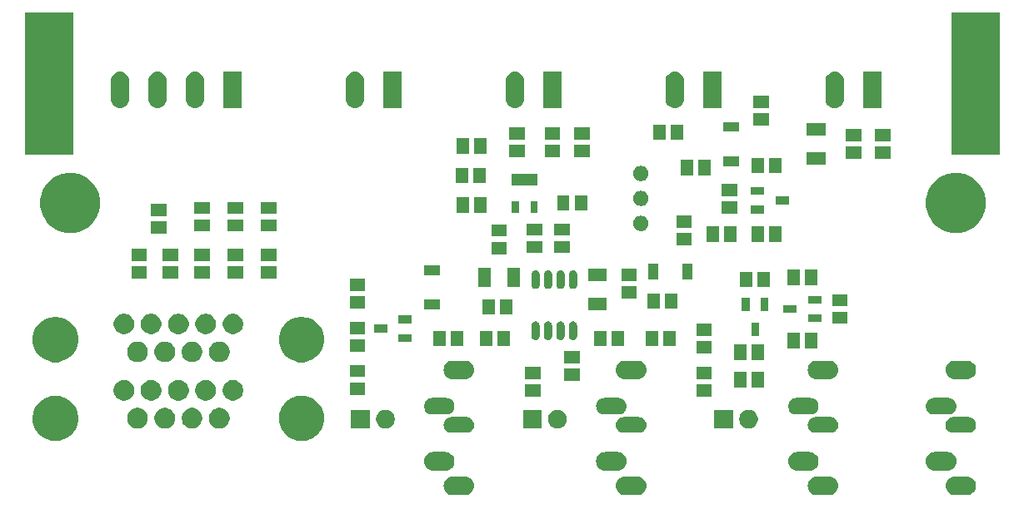
<source format=gbr>
%TF.GenerationSoftware,KiCad,Pcbnew,(5.1.4)-1*%
%TF.CreationDate,2020-11-06T00:28:36+08:00*%
%TF.ProjectId,interface,696e7465-7266-4616-9365-2e6b69636164,rev?*%
%TF.SameCoordinates,Original*%
%TF.FileFunction,Soldermask,Top*%
%TF.FilePolarity,Negative*%
%FSLAX46Y46*%
G04 Gerber Fmt 4.6, Leading zero omitted, Abs format (unit mm)*
G04 Created by KiCad (PCBNEW (5.1.4)-1) date 2020-11-06 00:28:36*
%MOMM*%
%LPD*%
G04 APERTURE LIST*
%ADD10C,0.100000*%
%ADD11C,0.350000*%
G04 APERTURE END LIST*
D10*
G36*
X119400000Y-55000000D02*
G01*
X114600000Y-55000000D01*
X114600000Y-40600000D01*
X119400000Y-40600000D01*
X119400000Y-55000000D01*
G37*
X119400000Y-55000000D02*
X114600000Y-55000000D01*
X114600000Y-40600000D01*
X119400000Y-40600000D01*
X119400000Y-55000000D01*
G36*
X25200000Y-55000000D02*
G01*
X20400000Y-55000000D01*
X20400000Y-40600000D01*
X25200000Y-40600000D01*
X25200000Y-55000000D01*
G37*
X25200000Y-55000000D02*
X20400000Y-55000000D01*
X20400000Y-40600000D01*
X25200000Y-40600000D01*
X25200000Y-55000000D01*
D11*
G36*
X116286425Y-87862760D02*
G01*
X116286428Y-87862761D01*
X116286429Y-87862761D01*
X116465693Y-87917140D01*
X116465696Y-87917142D01*
X116465697Y-87917142D01*
X116630903Y-88005446D01*
X116775712Y-88124288D01*
X116894554Y-88269097D01*
X116982858Y-88434303D01*
X116982860Y-88434307D01*
X117037239Y-88613571D01*
X117037240Y-88613575D01*
X117055601Y-88800000D01*
X117037240Y-88986425D01*
X117037239Y-88986428D01*
X117037239Y-88986429D01*
X116982860Y-89165693D01*
X116982858Y-89165696D01*
X116982858Y-89165697D01*
X116894554Y-89330903D01*
X116775712Y-89475712D01*
X116630903Y-89594554D01*
X116465697Y-89682858D01*
X116465693Y-89682860D01*
X116286429Y-89737239D01*
X116286428Y-89737239D01*
X116286425Y-89737240D01*
X116146718Y-89751000D01*
X114853282Y-89751000D01*
X114713575Y-89737240D01*
X114713572Y-89737239D01*
X114713571Y-89737239D01*
X114534307Y-89682860D01*
X114534303Y-89682858D01*
X114369097Y-89594554D01*
X114224288Y-89475712D01*
X114105446Y-89330903D01*
X114017142Y-89165697D01*
X114017142Y-89165696D01*
X114017140Y-89165693D01*
X113962761Y-88986429D01*
X113962761Y-88986428D01*
X113962760Y-88986425D01*
X113944399Y-88800000D01*
X113962760Y-88613575D01*
X113962761Y-88613571D01*
X114017140Y-88434307D01*
X114017142Y-88434303D01*
X114105446Y-88269097D01*
X114224288Y-88124288D01*
X114369097Y-88005446D01*
X114534303Y-87917142D01*
X114534304Y-87917142D01*
X114534307Y-87917140D01*
X114713571Y-87862761D01*
X114713572Y-87862761D01*
X114713575Y-87862760D01*
X114853282Y-87849000D01*
X116146718Y-87849000D01*
X116286425Y-87862760D01*
X116286425Y-87862760D01*
G37*
G36*
X65286425Y-87862760D02*
G01*
X65286428Y-87862761D01*
X65286429Y-87862761D01*
X65465693Y-87917140D01*
X65465696Y-87917142D01*
X65465697Y-87917142D01*
X65630903Y-88005446D01*
X65775712Y-88124288D01*
X65894554Y-88269097D01*
X65982858Y-88434303D01*
X65982860Y-88434307D01*
X66037239Y-88613571D01*
X66037240Y-88613575D01*
X66055601Y-88800000D01*
X66037240Y-88986425D01*
X66037239Y-88986428D01*
X66037239Y-88986429D01*
X65982860Y-89165693D01*
X65982858Y-89165696D01*
X65982858Y-89165697D01*
X65894554Y-89330903D01*
X65775712Y-89475712D01*
X65630903Y-89594554D01*
X65465697Y-89682858D01*
X65465693Y-89682860D01*
X65286429Y-89737239D01*
X65286428Y-89737239D01*
X65286425Y-89737240D01*
X65146718Y-89751000D01*
X63853282Y-89751000D01*
X63713575Y-89737240D01*
X63713572Y-89737239D01*
X63713571Y-89737239D01*
X63534307Y-89682860D01*
X63534303Y-89682858D01*
X63369097Y-89594554D01*
X63224288Y-89475712D01*
X63105446Y-89330903D01*
X63017142Y-89165697D01*
X63017142Y-89165696D01*
X63017140Y-89165693D01*
X62962761Y-88986429D01*
X62962761Y-88986428D01*
X62962760Y-88986425D01*
X62944399Y-88800000D01*
X62962760Y-88613575D01*
X62962761Y-88613571D01*
X63017140Y-88434307D01*
X63017142Y-88434303D01*
X63105446Y-88269097D01*
X63224288Y-88124288D01*
X63369097Y-88005446D01*
X63534303Y-87917142D01*
X63534304Y-87917142D01*
X63534307Y-87917140D01*
X63713571Y-87862761D01*
X63713572Y-87862761D01*
X63713575Y-87862760D01*
X63853282Y-87849000D01*
X65146718Y-87849000D01*
X65286425Y-87862760D01*
X65286425Y-87862760D01*
G37*
G36*
X82786425Y-87862760D02*
G01*
X82786428Y-87862761D01*
X82786429Y-87862761D01*
X82965693Y-87917140D01*
X82965696Y-87917142D01*
X82965697Y-87917142D01*
X83130903Y-88005446D01*
X83275712Y-88124288D01*
X83394554Y-88269097D01*
X83482858Y-88434303D01*
X83482860Y-88434307D01*
X83537239Y-88613571D01*
X83537240Y-88613575D01*
X83555601Y-88800000D01*
X83537240Y-88986425D01*
X83537239Y-88986428D01*
X83537239Y-88986429D01*
X83482860Y-89165693D01*
X83482858Y-89165696D01*
X83482858Y-89165697D01*
X83394554Y-89330903D01*
X83275712Y-89475712D01*
X83130903Y-89594554D01*
X82965697Y-89682858D01*
X82965693Y-89682860D01*
X82786429Y-89737239D01*
X82786428Y-89737239D01*
X82786425Y-89737240D01*
X82646718Y-89751000D01*
X81353282Y-89751000D01*
X81213575Y-89737240D01*
X81213572Y-89737239D01*
X81213571Y-89737239D01*
X81034307Y-89682860D01*
X81034303Y-89682858D01*
X80869097Y-89594554D01*
X80724288Y-89475712D01*
X80605446Y-89330903D01*
X80517142Y-89165697D01*
X80517142Y-89165696D01*
X80517140Y-89165693D01*
X80462761Y-88986429D01*
X80462761Y-88986428D01*
X80462760Y-88986425D01*
X80444399Y-88800000D01*
X80462760Y-88613575D01*
X80462761Y-88613571D01*
X80517140Y-88434307D01*
X80517142Y-88434303D01*
X80605446Y-88269097D01*
X80724288Y-88124288D01*
X80869097Y-88005446D01*
X81034303Y-87917142D01*
X81034304Y-87917142D01*
X81034307Y-87917140D01*
X81213571Y-87862761D01*
X81213572Y-87862761D01*
X81213575Y-87862760D01*
X81353282Y-87849000D01*
X82646718Y-87849000D01*
X82786425Y-87862760D01*
X82786425Y-87862760D01*
G37*
G36*
X102286425Y-87862760D02*
G01*
X102286428Y-87862761D01*
X102286429Y-87862761D01*
X102465693Y-87917140D01*
X102465696Y-87917142D01*
X102465697Y-87917142D01*
X102630903Y-88005446D01*
X102775712Y-88124288D01*
X102894554Y-88269097D01*
X102982858Y-88434303D01*
X102982860Y-88434307D01*
X103037239Y-88613571D01*
X103037240Y-88613575D01*
X103055601Y-88800000D01*
X103037240Y-88986425D01*
X103037239Y-88986428D01*
X103037239Y-88986429D01*
X102982860Y-89165693D01*
X102982858Y-89165696D01*
X102982858Y-89165697D01*
X102894554Y-89330903D01*
X102775712Y-89475712D01*
X102630903Y-89594554D01*
X102465697Y-89682858D01*
X102465693Y-89682860D01*
X102286429Y-89737239D01*
X102286428Y-89737239D01*
X102286425Y-89737240D01*
X102146718Y-89751000D01*
X100853282Y-89751000D01*
X100713575Y-89737240D01*
X100713572Y-89737239D01*
X100713571Y-89737239D01*
X100534307Y-89682860D01*
X100534303Y-89682858D01*
X100369097Y-89594554D01*
X100224288Y-89475712D01*
X100105446Y-89330903D01*
X100017142Y-89165697D01*
X100017142Y-89165696D01*
X100017140Y-89165693D01*
X99962761Y-88986429D01*
X99962761Y-88986428D01*
X99962760Y-88986425D01*
X99944399Y-88800000D01*
X99962760Y-88613575D01*
X99962761Y-88613571D01*
X100017140Y-88434307D01*
X100017142Y-88434303D01*
X100105446Y-88269097D01*
X100224288Y-88124288D01*
X100369097Y-88005446D01*
X100534303Y-87917142D01*
X100534304Y-87917142D01*
X100534307Y-87917140D01*
X100713571Y-87862761D01*
X100713572Y-87862761D01*
X100713575Y-87862760D01*
X100853282Y-87849000D01*
X102146718Y-87849000D01*
X102286425Y-87862760D01*
X102286425Y-87862760D01*
G37*
G36*
X100286425Y-85362760D02*
G01*
X100286428Y-85362761D01*
X100286429Y-85362761D01*
X100465693Y-85417140D01*
X100465696Y-85417142D01*
X100465697Y-85417142D01*
X100630903Y-85505446D01*
X100775712Y-85624288D01*
X100894554Y-85769097D01*
X100982858Y-85934303D01*
X100982860Y-85934307D01*
X101037239Y-86113571D01*
X101037240Y-86113575D01*
X101055601Y-86300000D01*
X101037240Y-86486425D01*
X101037239Y-86486428D01*
X101037239Y-86486429D01*
X100982860Y-86665693D01*
X100982858Y-86665696D01*
X100982858Y-86665697D01*
X100894554Y-86830903D01*
X100775712Y-86975712D01*
X100630903Y-87094554D01*
X100465697Y-87182858D01*
X100465693Y-87182860D01*
X100286429Y-87237239D01*
X100286428Y-87237239D01*
X100286425Y-87237240D01*
X100146718Y-87251000D01*
X98853282Y-87251000D01*
X98713575Y-87237240D01*
X98713572Y-87237239D01*
X98713571Y-87237239D01*
X98534307Y-87182860D01*
X98534303Y-87182858D01*
X98369097Y-87094554D01*
X98224288Y-86975712D01*
X98105446Y-86830903D01*
X98017142Y-86665697D01*
X98017142Y-86665696D01*
X98017140Y-86665693D01*
X97962761Y-86486429D01*
X97962761Y-86486428D01*
X97962760Y-86486425D01*
X97944399Y-86300000D01*
X97962760Y-86113575D01*
X97962761Y-86113571D01*
X98017140Y-85934307D01*
X98017142Y-85934303D01*
X98105446Y-85769097D01*
X98224288Y-85624288D01*
X98369097Y-85505446D01*
X98534303Y-85417142D01*
X98534304Y-85417142D01*
X98534307Y-85417140D01*
X98713571Y-85362761D01*
X98713572Y-85362761D01*
X98713575Y-85362760D01*
X98853282Y-85349000D01*
X100146718Y-85349000D01*
X100286425Y-85362760D01*
X100286425Y-85362760D01*
G37*
G36*
X114286425Y-85362760D02*
G01*
X114286428Y-85362761D01*
X114286429Y-85362761D01*
X114465693Y-85417140D01*
X114465696Y-85417142D01*
X114465697Y-85417142D01*
X114630903Y-85505446D01*
X114775712Y-85624288D01*
X114894554Y-85769097D01*
X114982858Y-85934303D01*
X114982860Y-85934307D01*
X115037239Y-86113571D01*
X115037240Y-86113575D01*
X115055601Y-86300000D01*
X115037240Y-86486425D01*
X115037239Y-86486428D01*
X115037239Y-86486429D01*
X114982860Y-86665693D01*
X114982858Y-86665696D01*
X114982858Y-86665697D01*
X114894554Y-86830903D01*
X114775712Y-86975712D01*
X114630903Y-87094554D01*
X114465697Y-87182858D01*
X114465693Y-87182860D01*
X114286429Y-87237239D01*
X114286428Y-87237239D01*
X114286425Y-87237240D01*
X114146718Y-87251000D01*
X112853282Y-87251000D01*
X112713575Y-87237240D01*
X112713572Y-87237239D01*
X112713571Y-87237239D01*
X112534307Y-87182860D01*
X112534303Y-87182858D01*
X112369097Y-87094554D01*
X112224288Y-86975712D01*
X112105446Y-86830903D01*
X112017142Y-86665697D01*
X112017142Y-86665696D01*
X112017140Y-86665693D01*
X111962761Y-86486429D01*
X111962761Y-86486428D01*
X111962760Y-86486425D01*
X111944399Y-86300000D01*
X111962760Y-86113575D01*
X111962761Y-86113571D01*
X112017140Y-85934307D01*
X112017142Y-85934303D01*
X112105446Y-85769097D01*
X112224288Y-85624288D01*
X112369097Y-85505446D01*
X112534303Y-85417142D01*
X112534304Y-85417142D01*
X112534307Y-85417140D01*
X112713571Y-85362761D01*
X112713572Y-85362761D01*
X112713575Y-85362760D01*
X112853282Y-85349000D01*
X114146718Y-85349000D01*
X114286425Y-85362760D01*
X114286425Y-85362760D01*
G37*
G36*
X80786425Y-85362760D02*
G01*
X80786428Y-85362761D01*
X80786429Y-85362761D01*
X80965693Y-85417140D01*
X80965696Y-85417142D01*
X80965697Y-85417142D01*
X81130903Y-85505446D01*
X81275712Y-85624288D01*
X81394554Y-85769097D01*
X81482858Y-85934303D01*
X81482860Y-85934307D01*
X81537239Y-86113571D01*
X81537240Y-86113575D01*
X81555601Y-86300000D01*
X81537240Y-86486425D01*
X81537239Y-86486428D01*
X81537239Y-86486429D01*
X81482860Y-86665693D01*
X81482858Y-86665696D01*
X81482858Y-86665697D01*
X81394554Y-86830903D01*
X81275712Y-86975712D01*
X81130903Y-87094554D01*
X80965697Y-87182858D01*
X80965693Y-87182860D01*
X80786429Y-87237239D01*
X80786428Y-87237239D01*
X80786425Y-87237240D01*
X80646718Y-87251000D01*
X79353282Y-87251000D01*
X79213575Y-87237240D01*
X79213572Y-87237239D01*
X79213571Y-87237239D01*
X79034307Y-87182860D01*
X79034303Y-87182858D01*
X78869097Y-87094554D01*
X78724288Y-86975712D01*
X78605446Y-86830903D01*
X78517142Y-86665697D01*
X78517142Y-86665696D01*
X78517140Y-86665693D01*
X78462761Y-86486429D01*
X78462761Y-86486428D01*
X78462760Y-86486425D01*
X78444399Y-86300000D01*
X78462760Y-86113575D01*
X78462761Y-86113571D01*
X78517140Y-85934307D01*
X78517142Y-85934303D01*
X78605446Y-85769097D01*
X78724288Y-85624288D01*
X78869097Y-85505446D01*
X79034303Y-85417142D01*
X79034304Y-85417142D01*
X79034307Y-85417140D01*
X79213571Y-85362761D01*
X79213572Y-85362761D01*
X79213575Y-85362760D01*
X79353282Y-85349000D01*
X80646718Y-85349000D01*
X80786425Y-85362760D01*
X80786425Y-85362760D01*
G37*
G36*
X63286425Y-85362760D02*
G01*
X63286428Y-85362761D01*
X63286429Y-85362761D01*
X63465693Y-85417140D01*
X63465696Y-85417142D01*
X63465697Y-85417142D01*
X63630903Y-85505446D01*
X63775712Y-85624288D01*
X63894554Y-85769097D01*
X63982858Y-85934303D01*
X63982860Y-85934307D01*
X64037239Y-86113571D01*
X64037240Y-86113575D01*
X64055601Y-86300000D01*
X64037240Y-86486425D01*
X64037239Y-86486428D01*
X64037239Y-86486429D01*
X63982860Y-86665693D01*
X63982858Y-86665696D01*
X63982858Y-86665697D01*
X63894554Y-86830903D01*
X63775712Y-86975712D01*
X63630903Y-87094554D01*
X63465697Y-87182858D01*
X63465693Y-87182860D01*
X63286429Y-87237239D01*
X63286428Y-87237239D01*
X63286425Y-87237240D01*
X63146718Y-87251000D01*
X61853282Y-87251000D01*
X61713575Y-87237240D01*
X61713572Y-87237239D01*
X61713571Y-87237239D01*
X61534307Y-87182860D01*
X61534303Y-87182858D01*
X61369097Y-87094554D01*
X61224288Y-86975712D01*
X61105446Y-86830903D01*
X61017142Y-86665697D01*
X61017142Y-86665696D01*
X61017140Y-86665693D01*
X60962761Y-86486429D01*
X60962761Y-86486428D01*
X60962760Y-86486425D01*
X60944399Y-86300000D01*
X60962760Y-86113575D01*
X60962761Y-86113571D01*
X61017140Y-85934307D01*
X61017142Y-85934303D01*
X61105446Y-85769097D01*
X61224288Y-85624288D01*
X61369097Y-85505446D01*
X61534303Y-85417142D01*
X61534304Y-85417142D01*
X61534307Y-85417140D01*
X61713571Y-85362761D01*
X61713572Y-85362761D01*
X61713575Y-85362760D01*
X61853282Y-85349000D01*
X63146718Y-85349000D01*
X63286425Y-85362760D01*
X63286425Y-85362760D01*
G37*
G36*
X23948903Y-79663213D02*
G01*
X24171177Y-79707426D01*
X24589932Y-79880880D01*
X24966802Y-80132696D01*
X25287304Y-80453198D01*
X25539120Y-80830068D01*
X25712574Y-81248823D01*
X25715058Y-81261310D01*
X25770232Y-81538687D01*
X25801000Y-81693371D01*
X25801000Y-82146629D01*
X25712574Y-82591177D01*
X25539120Y-83009932D01*
X25287304Y-83386802D01*
X24966802Y-83707304D01*
X24589932Y-83959120D01*
X24171177Y-84132574D01*
X23948903Y-84176787D01*
X23726630Y-84221000D01*
X23273370Y-84221000D01*
X23051097Y-84176787D01*
X22828823Y-84132574D01*
X22410068Y-83959120D01*
X22033198Y-83707304D01*
X21712696Y-83386802D01*
X21460880Y-83009932D01*
X21287426Y-82591177D01*
X21199000Y-82146629D01*
X21199000Y-81693371D01*
X21229769Y-81538687D01*
X21284942Y-81261310D01*
X21287426Y-81248823D01*
X21460880Y-80830068D01*
X21712696Y-80453198D01*
X22033198Y-80132696D01*
X22410068Y-79880880D01*
X22828823Y-79707426D01*
X23051097Y-79663213D01*
X23273370Y-79619000D01*
X23726630Y-79619000D01*
X23948903Y-79663213D01*
X23948903Y-79663213D01*
G37*
G36*
X48948903Y-79663213D02*
G01*
X49171177Y-79707426D01*
X49589932Y-79880880D01*
X49966802Y-80132696D01*
X50287304Y-80453198D01*
X50539120Y-80830068D01*
X50712574Y-81248823D01*
X50715058Y-81261310D01*
X50770232Y-81538687D01*
X50801000Y-81693371D01*
X50801000Y-82146629D01*
X50712574Y-82591177D01*
X50539120Y-83009932D01*
X50287304Y-83386802D01*
X49966802Y-83707304D01*
X49589932Y-83959120D01*
X49171177Y-84132574D01*
X48948903Y-84176787D01*
X48726630Y-84221000D01*
X48273370Y-84221000D01*
X48051097Y-84176787D01*
X47828823Y-84132574D01*
X47410068Y-83959120D01*
X47033198Y-83707304D01*
X46712696Y-83386802D01*
X46460880Y-83009932D01*
X46287426Y-82591177D01*
X46199000Y-82146629D01*
X46199000Y-81693371D01*
X46229769Y-81538687D01*
X46284942Y-81261310D01*
X46287426Y-81248823D01*
X46460880Y-80830068D01*
X46712696Y-80453198D01*
X47033198Y-80132696D01*
X47410068Y-79880880D01*
X47828823Y-79707426D01*
X48051097Y-79663213D01*
X48273370Y-79619000D01*
X48726630Y-79619000D01*
X48948903Y-79663213D01*
X48948903Y-79663213D01*
G37*
G36*
X65328571Y-81802863D02*
G01*
X65407023Y-81810590D01*
X65507682Y-81841125D01*
X65558013Y-81856392D01*
X65697165Y-81930771D01*
X65819133Y-82030867D01*
X65919229Y-82152835D01*
X65993608Y-82291987D01*
X65993608Y-82291988D01*
X66039410Y-82442977D01*
X66054875Y-82600000D01*
X66039410Y-82757023D01*
X66013400Y-82842765D01*
X65993608Y-82908013D01*
X65919229Y-83047165D01*
X65819133Y-83169133D01*
X65697165Y-83269229D01*
X65558013Y-83343608D01*
X65507682Y-83358875D01*
X65407023Y-83389410D01*
X65328571Y-83397137D01*
X65289346Y-83401000D01*
X63710654Y-83401000D01*
X63671429Y-83397137D01*
X63592977Y-83389410D01*
X63492318Y-83358875D01*
X63441987Y-83343608D01*
X63302835Y-83269229D01*
X63180867Y-83169133D01*
X63080771Y-83047165D01*
X63006392Y-82908013D01*
X62986600Y-82842765D01*
X62960590Y-82757023D01*
X62945125Y-82600000D01*
X62960590Y-82442977D01*
X63006392Y-82291988D01*
X63006392Y-82291987D01*
X63080771Y-82152835D01*
X63180867Y-82030867D01*
X63302835Y-81930771D01*
X63441987Y-81856392D01*
X63492318Y-81841125D01*
X63592977Y-81810590D01*
X63671429Y-81802863D01*
X63710654Y-81799000D01*
X65289346Y-81799000D01*
X65328571Y-81802863D01*
X65328571Y-81802863D01*
G37*
G36*
X116328571Y-81802863D02*
G01*
X116407023Y-81810590D01*
X116507682Y-81841125D01*
X116558013Y-81856392D01*
X116697165Y-81930771D01*
X116819133Y-82030867D01*
X116919229Y-82152835D01*
X116993608Y-82291987D01*
X116993608Y-82291988D01*
X117039410Y-82442977D01*
X117054875Y-82600000D01*
X117039410Y-82757023D01*
X117013400Y-82842765D01*
X116993608Y-82908013D01*
X116919229Y-83047165D01*
X116819133Y-83169133D01*
X116697165Y-83269229D01*
X116558013Y-83343608D01*
X116507682Y-83358875D01*
X116407023Y-83389410D01*
X116328571Y-83397137D01*
X116289346Y-83401000D01*
X114710654Y-83401000D01*
X114671429Y-83397137D01*
X114592977Y-83389410D01*
X114492318Y-83358875D01*
X114441987Y-83343608D01*
X114302835Y-83269229D01*
X114180867Y-83169133D01*
X114080771Y-83047165D01*
X114006392Y-82908013D01*
X113986600Y-82842765D01*
X113960590Y-82757023D01*
X113945125Y-82600000D01*
X113960590Y-82442977D01*
X114006392Y-82291988D01*
X114006392Y-82291987D01*
X114080771Y-82152835D01*
X114180867Y-82030867D01*
X114302835Y-81930771D01*
X114441987Y-81856392D01*
X114492318Y-81841125D01*
X114592977Y-81810590D01*
X114671429Y-81802863D01*
X114710654Y-81799000D01*
X116289346Y-81799000D01*
X116328571Y-81802863D01*
X116328571Y-81802863D01*
G37*
G36*
X102328571Y-81802863D02*
G01*
X102407023Y-81810590D01*
X102507682Y-81841125D01*
X102558013Y-81856392D01*
X102697165Y-81930771D01*
X102819133Y-82030867D01*
X102919229Y-82152835D01*
X102993608Y-82291987D01*
X102993608Y-82291988D01*
X103039410Y-82442977D01*
X103054875Y-82600000D01*
X103039410Y-82757023D01*
X103013400Y-82842765D01*
X102993608Y-82908013D01*
X102919229Y-83047165D01*
X102819133Y-83169133D01*
X102697165Y-83269229D01*
X102558013Y-83343608D01*
X102507682Y-83358875D01*
X102407023Y-83389410D01*
X102328571Y-83397137D01*
X102289346Y-83401000D01*
X100710654Y-83401000D01*
X100671429Y-83397137D01*
X100592977Y-83389410D01*
X100492318Y-83358875D01*
X100441987Y-83343608D01*
X100302835Y-83269229D01*
X100180867Y-83169133D01*
X100080771Y-83047165D01*
X100006392Y-82908013D01*
X99986600Y-82842765D01*
X99960590Y-82757023D01*
X99945125Y-82600000D01*
X99960590Y-82442977D01*
X100006392Y-82291988D01*
X100006392Y-82291987D01*
X100080771Y-82152835D01*
X100180867Y-82030867D01*
X100302835Y-81930771D01*
X100441987Y-81856392D01*
X100492318Y-81841125D01*
X100592977Y-81810590D01*
X100671429Y-81802863D01*
X100710654Y-81799000D01*
X102289346Y-81799000D01*
X102328571Y-81802863D01*
X102328571Y-81802863D01*
G37*
G36*
X82828571Y-81802863D02*
G01*
X82907023Y-81810590D01*
X83007682Y-81841125D01*
X83058013Y-81856392D01*
X83197165Y-81930771D01*
X83319133Y-82030867D01*
X83419229Y-82152835D01*
X83493608Y-82291987D01*
X83493608Y-82291988D01*
X83539410Y-82442977D01*
X83554875Y-82600000D01*
X83539410Y-82757023D01*
X83513400Y-82842765D01*
X83493608Y-82908013D01*
X83419229Y-83047165D01*
X83319133Y-83169133D01*
X83197165Y-83269229D01*
X83058013Y-83343608D01*
X83007682Y-83358875D01*
X82907023Y-83389410D01*
X82828571Y-83397137D01*
X82789346Y-83401000D01*
X81210654Y-83401000D01*
X81171429Y-83397137D01*
X81092977Y-83389410D01*
X80992318Y-83358875D01*
X80941987Y-83343608D01*
X80802835Y-83269229D01*
X80680867Y-83169133D01*
X80580771Y-83047165D01*
X80506392Y-82908013D01*
X80486600Y-82842765D01*
X80460590Y-82757023D01*
X80445125Y-82600000D01*
X80460590Y-82442977D01*
X80506392Y-82291988D01*
X80506392Y-82291987D01*
X80580771Y-82152835D01*
X80680867Y-82030867D01*
X80802835Y-81930771D01*
X80941987Y-81856392D01*
X80992318Y-81841125D01*
X81092977Y-81810590D01*
X81171429Y-81802863D01*
X81210654Y-81799000D01*
X82789346Y-81799000D01*
X82828571Y-81802863D01*
X82828571Y-81802863D01*
G37*
G36*
X37691564Y-80909389D02*
G01*
X37882833Y-80988615D01*
X37882835Y-80988616D01*
X37940638Y-81027239D01*
X38054973Y-81103635D01*
X38201365Y-81250027D01*
X38316385Y-81422167D01*
X38395611Y-81613436D01*
X38436000Y-81816484D01*
X38436000Y-82023516D01*
X38395611Y-82226564D01*
X38316385Y-82417833D01*
X38316384Y-82417835D01*
X38201365Y-82589973D01*
X38054973Y-82736365D01*
X37882835Y-82851384D01*
X37882834Y-82851385D01*
X37882833Y-82851385D01*
X37691564Y-82930611D01*
X37488516Y-82971000D01*
X37281484Y-82971000D01*
X37078436Y-82930611D01*
X36887167Y-82851385D01*
X36887166Y-82851385D01*
X36887165Y-82851384D01*
X36715027Y-82736365D01*
X36568635Y-82589973D01*
X36453616Y-82417835D01*
X36453615Y-82417833D01*
X36374389Y-82226564D01*
X36334000Y-82023516D01*
X36334000Y-81816484D01*
X36374389Y-81613436D01*
X36453615Y-81422167D01*
X36568635Y-81250027D01*
X36715027Y-81103635D01*
X36829362Y-81027239D01*
X36887165Y-80988616D01*
X36887167Y-80988615D01*
X37078436Y-80909389D01*
X37281484Y-80869000D01*
X37488516Y-80869000D01*
X37691564Y-80909389D01*
X37691564Y-80909389D01*
G37*
G36*
X40461564Y-80909389D02*
G01*
X40652833Y-80988615D01*
X40652835Y-80988616D01*
X40710638Y-81027239D01*
X40824973Y-81103635D01*
X40971365Y-81250027D01*
X41086385Y-81422167D01*
X41165611Y-81613436D01*
X41206000Y-81816484D01*
X41206000Y-82023516D01*
X41165611Y-82226564D01*
X41086385Y-82417833D01*
X41086384Y-82417835D01*
X40971365Y-82589973D01*
X40824973Y-82736365D01*
X40652835Y-82851384D01*
X40652834Y-82851385D01*
X40652833Y-82851385D01*
X40461564Y-82930611D01*
X40258516Y-82971000D01*
X40051484Y-82971000D01*
X39848436Y-82930611D01*
X39657167Y-82851385D01*
X39657166Y-82851385D01*
X39657165Y-82851384D01*
X39485027Y-82736365D01*
X39338635Y-82589973D01*
X39223616Y-82417835D01*
X39223615Y-82417833D01*
X39144389Y-82226564D01*
X39104000Y-82023516D01*
X39104000Y-81816484D01*
X39144389Y-81613436D01*
X39223615Y-81422167D01*
X39338635Y-81250027D01*
X39485027Y-81103635D01*
X39599362Y-81027239D01*
X39657165Y-80988616D01*
X39657167Y-80988615D01*
X39848436Y-80909389D01*
X40051484Y-80869000D01*
X40258516Y-80869000D01*
X40461564Y-80909389D01*
X40461564Y-80909389D01*
G37*
G36*
X34921564Y-80909389D02*
G01*
X35112833Y-80988615D01*
X35112835Y-80988616D01*
X35170638Y-81027239D01*
X35284973Y-81103635D01*
X35431365Y-81250027D01*
X35546385Y-81422167D01*
X35625611Y-81613436D01*
X35666000Y-81816484D01*
X35666000Y-82023516D01*
X35625611Y-82226564D01*
X35546385Y-82417833D01*
X35546384Y-82417835D01*
X35431365Y-82589973D01*
X35284973Y-82736365D01*
X35112835Y-82851384D01*
X35112834Y-82851385D01*
X35112833Y-82851385D01*
X34921564Y-82930611D01*
X34718516Y-82971000D01*
X34511484Y-82971000D01*
X34308436Y-82930611D01*
X34117167Y-82851385D01*
X34117166Y-82851385D01*
X34117165Y-82851384D01*
X33945027Y-82736365D01*
X33798635Y-82589973D01*
X33683616Y-82417835D01*
X33683615Y-82417833D01*
X33604389Y-82226564D01*
X33564000Y-82023516D01*
X33564000Y-81816484D01*
X33604389Y-81613436D01*
X33683615Y-81422167D01*
X33798635Y-81250027D01*
X33945027Y-81103635D01*
X34059362Y-81027239D01*
X34117165Y-80988616D01*
X34117167Y-80988615D01*
X34308436Y-80909389D01*
X34511484Y-80869000D01*
X34718516Y-80869000D01*
X34921564Y-80909389D01*
X34921564Y-80909389D01*
G37*
G36*
X32151564Y-80909389D02*
G01*
X32342833Y-80988615D01*
X32342835Y-80988616D01*
X32400638Y-81027239D01*
X32514973Y-81103635D01*
X32661365Y-81250027D01*
X32776385Y-81422167D01*
X32855611Y-81613436D01*
X32896000Y-81816484D01*
X32896000Y-82023516D01*
X32855611Y-82226564D01*
X32776385Y-82417833D01*
X32776384Y-82417835D01*
X32661365Y-82589973D01*
X32514973Y-82736365D01*
X32342835Y-82851384D01*
X32342834Y-82851385D01*
X32342833Y-82851385D01*
X32151564Y-82930611D01*
X31948516Y-82971000D01*
X31741484Y-82971000D01*
X31538436Y-82930611D01*
X31347167Y-82851385D01*
X31347166Y-82851385D01*
X31347165Y-82851384D01*
X31175027Y-82736365D01*
X31028635Y-82589973D01*
X30913616Y-82417835D01*
X30913615Y-82417833D01*
X30834389Y-82226564D01*
X30794000Y-82023516D01*
X30794000Y-81816484D01*
X30834389Y-81613436D01*
X30913615Y-81422167D01*
X31028635Y-81250027D01*
X31175027Y-81103635D01*
X31289362Y-81027239D01*
X31347165Y-80988616D01*
X31347167Y-80988615D01*
X31538436Y-80909389D01*
X31741484Y-80869000D01*
X31948516Y-80869000D01*
X32151564Y-80909389D01*
X32151564Y-80909389D01*
G37*
G36*
X72931000Y-82951000D02*
G01*
X71029000Y-82951000D01*
X71029000Y-81049000D01*
X72931000Y-81049000D01*
X72931000Y-82951000D01*
X72931000Y-82951000D01*
G37*
G36*
X74797395Y-81085546D02*
G01*
X74970466Y-81157234D01*
X74970467Y-81157235D01*
X75126227Y-81261310D01*
X75258690Y-81393773D01*
X75258691Y-81393775D01*
X75362766Y-81549534D01*
X75434454Y-81722605D01*
X75471000Y-81906333D01*
X75471000Y-82093667D01*
X75434454Y-82277395D01*
X75362766Y-82450466D01*
X75362765Y-82450467D01*
X75258690Y-82606227D01*
X75126227Y-82738690D01*
X75047818Y-82791081D01*
X74970466Y-82842766D01*
X74797395Y-82914454D01*
X74613667Y-82951000D01*
X74426333Y-82951000D01*
X74242605Y-82914454D01*
X74069534Y-82842766D01*
X73992182Y-82791081D01*
X73913773Y-82738690D01*
X73781310Y-82606227D01*
X73677235Y-82450467D01*
X73677234Y-82450466D01*
X73605546Y-82277395D01*
X73569000Y-82093667D01*
X73569000Y-81906333D01*
X73605546Y-81722605D01*
X73677234Y-81549534D01*
X73781309Y-81393775D01*
X73781310Y-81393773D01*
X73913773Y-81261310D01*
X74069533Y-81157235D01*
X74069534Y-81157234D01*
X74242605Y-81085546D01*
X74426333Y-81049000D01*
X74613667Y-81049000D01*
X74797395Y-81085546D01*
X74797395Y-81085546D01*
G37*
G36*
X92351000Y-82951000D02*
G01*
X90449000Y-82951000D01*
X90449000Y-81049000D01*
X92351000Y-81049000D01*
X92351000Y-82951000D01*
X92351000Y-82951000D01*
G37*
G36*
X94217395Y-81085546D02*
G01*
X94390466Y-81157234D01*
X94390467Y-81157235D01*
X94546227Y-81261310D01*
X94678690Y-81393773D01*
X94678691Y-81393775D01*
X94782766Y-81549534D01*
X94854454Y-81722605D01*
X94891000Y-81906333D01*
X94891000Y-82093667D01*
X94854454Y-82277395D01*
X94782766Y-82450466D01*
X94782765Y-82450467D01*
X94678690Y-82606227D01*
X94546227Y-82738690D01*
X94467818Y-82791081D01*
X94390466Y-82842766D01*
X94217395Y-82914454D01*
X94033667Y-82951000D01*
X93846333Y-82951000D01*
X93662605Y-82914454D01*
X93489534Y-82842766D01*
X93412182Y-82791081D01*
X93333773Y-82738690D01*
X93201310Y-82606227D01*
X93097235Y-82450467D01*
X93097234Y-82450466D01*
X93025546Y-82277395D01*
X92989000Y-82093667D01*
X92989000Y-81906333D01*
X93025546Y-81722605D01*
X93097234Y-81549534D01*
X93201309Y-81393775D01*
X93201310Y-81393773D01*
X93333773Y-81261310D01*
X93489533Y-81157235D01*
X93489534Y-81157234D01*
X93662605Y-81085546D01*
X93846333Y-81049000D01*
X94033667Y-81049000D01*
X94217395Y-81085546D01*
X94217395Y-81085546D01*
G37*
G36*
X55451000Y-82951000D02*
G01*
X53549000Y-82951000D01*
X53549000Y-81049000D01*
X55451000Y-81049000D01*
X55451000Y-82951000D01*
X55451000Y-82951000D01*
G37*
G36*
X57317395Y-81085546D02*
G01*
X57490466Y-81157234D01*
X57490467Y-81157235D01*
X57646227Y-81261310D01*
X57778690Y-81393773D01*
X57778691Y-81393775D01*
X57882766Y-81549534D01*
X57954454Y-81722605D01*
X57991000Y-81906333D01*
X57991000Y-82093667D01*
X57954454Y-82277395D01*
X57882766Y-82450466D01*
X57882765Y-82450467D01*
X57778690Y-82606227D01*
X57646227Y-82738690D01*
X57567818Y-82791081D01*
X57490466Y-82842766D01*
X57317395Y-82914454D01*
X57133667Y-82951000D01*
X56946333Y-82951000D01*
X56762605Y-82914454D01*
X56589534Y-82842766D01*
X56512182Y-82791081D01*
X56433773Y-82738690D01*
X56301310Y-82606227D01*
X56197235Y-82450467D01*
X56197234Y-82450466D01*
X56125546Y-82277395D01*
X56089000Y-82093667D01*
X56089000Y-81906333D01*
X56125546Y-81722605D01*
X56197234Y-81549534D01*
X56301309Y-81393775D01*
X56301310Y-81393773D01*
X56433773Y-81261310D01*
X56589533Y-81157235D01*
X56589534Y-81157234D01*
X56762605Y-81085546D01*
X56946333Y-81049000D01*
X57133667Y-81049000D01*
X57317395Y-81085546D01*
X57317395Y-81085546D01*
G37*
G36*
X63366823Y-79861313D02*
G01*
X63527242Y-79909976D01*
X63659906Y-79980886D01*
X63675078Y-79988996D01*
X63804659Y-80095341D01*
X63911004Y-80224922D01*
X63911005Y-80224924D01*
X63990024Y-80372758D01*
X64038687Y-80533177D01*
X64055117Y-80700000D01*
X64038687Y-80866823D01*
X63990024Y-81027242D01*
X63958859Y-81085547D01*
X63911004Y-81175078D01*
X63804659Y-81304659D01*
X63675078Y-81411004D01*
X63675076Y-81411005D01*
X63527242Y-81490024D01*
X63366823Y-81538687D01*
X63241804Y-81551000D01*
X61758196Y-81551000D01*
X61633177Y-81538687D01*
X61472758Y-81490024D01*
X61324924Y-81411005D01*
X61324922Y-81411004D01*
X61195341Y-81304659D01*
X61088996Y-81175078D01*
X61041141Y-81085547D01*
X61009976Y-81027242D01*
X60961313Y-80866823D01*
X60944883Y-80700000D01*
X60961313Y-80533177D01*
X61009976Y-80372758D01*
X61088995Y-80224924D01*
X61088996Y-80224922D01*
X61195341Y-80095341D01*
X61324922Y-79988996D01*
X61340094Y-79980886D01*
X61472758Y-79909976D01*
X61633177Y-79861313D01*
X61758196Y-79849000D01*
X63241804Y-79849000D01*
X63366823Y-79861313D01*
X63366823Y-79861313D01*
G37*
G36*
X80866823Y-79861313D02*
G01*
X81027242Y-79909976D01*
X81159906Y-79980886D01*
X81175078Y-79988996D01*
X81304659Y-80095341D01*
X81411004Y-80224922D01*
X81411005Y-80224924D01*
X81490024Y-80372758D01*
X81538687Y-80533177D01*
X81555117Y-80700000D01*
X81538687Y-80866823D01*
X81490024Y-81027242D01*
X81458859Y-81085547D01*
X81411004Y-81175078D01*
X81304659Y-81304659D01*
X81175078Y-81411004D01*
X81175076Y-81411005D01*
X81027242Y-81490024D01*
X80866823Y-81538687D01*
X80741804Y-81551000D01*
X79258196Y-81551000D01*
X79133177Y-81538687D01*
X78972758Y-81490024D01*
X78824924Y-81411005D01*
X78824922Y-81411004D01*
X78695341Y-81304659D01*
X78588996Y-81175078D01*
X78541141Y-81085547D01*
X78509976Y-81027242D01*
X78461313Y-80866823D01*
X78444883Y-80700000D01*
X78461313Y-80533177D01*
X78509976Y-80372758D01*
X78588995Y-80224924D01*
X78588996Y-80224922D01*
X78695341Y-80095341D01*
X78824922Y-79988996D01*
X78840094Y-79980886D01*
X78972758Y-79909976D01*
X79133177Y-79861313D01*
X79258196Y-79849000D01*
X80741804Y-79849000D01*
X80866823Y-79861313D01*
X80866823Y-79861313D01*
G37*
G36*
X100366823Y-79861313D02*
G01*
X100527242Y-79909976D01*
X100659906Y-79980886D01*
X100675078Y-79988996D01*
X100804659Y-80095341D01*
X100911004Y-80224922D01*
X100911005Y-80224924D01*
X100990024Y-80372758D01*
X101038687Y-80533177D01*
X101055117Y-80700000D01*
X101038687Y-80866823D01*
X100990024Y-81027242D01*
X100958859Y-81085547D01*
X100911004Y-81175078D01*
X100804659Y-81304659D01*
X100675078Y-81411004D01*
X100675076Y-81411005D01*
X100527242Y-81490024D01*
X100366823Y-81538687D01*
X100241804Y-81551000D01*
X98758196Y-81551000D01*
X98633177Y-81538687D01*
X98472758Y-81490024D01*
X98324924Y-81411005D01*
X98324922Y-81411004D01*
X98195341Y-81304659D01*
X98088996Y-81175078D01*
X98041141Y-81085547D01*
X98009976Y-81027242D01*
X97961313Y-80866823D01*
X97944883Y-80700000D01*
X97961313Y-80533177D01*
X98009976Y-80372758D01*
X98088995Y-80224924D01*
X98088996Y-80224922D01*
X98195341Y-80095341D01*
X98324922Y-79988996D01*
X98340094Y-79980886D01*
X98472758Y-79909976D01*
X98633177Y-79861313D01*
X98758196Y-79849000D01*
X100241804Y-79849000D01*
X100366823Y-79861313D01*
X100366823Y-79861313D01*
G37*
G36*
X114366823Y-79861313D02*
G01*
X114527242Y-79909976D01*
X114659906Y-79980886D01*
X114675078Y-79988996D01*
X114804659Y-80095341D01*
X114911004Y-80224922D01*
X114911005Y-80224924D01*
X114990024Y-80372758D01*
X115038687Y-80533177D01*
X115055117Y-80700000D01*
X115038687Y-80866823D01*
X114990024Y-81027242D01*
X114958859Y-81085547D01*
X114911004Y-81175078D01*
X114804659Y-81304659D01*
X114675078Y-81411004D01*
X114675076Y-81411005D01*
X114527242Y-81490024D01*
X114366823Y-81538687D01*
X114241804Y-81551000D01*
X112758196Y-81551000D01*
X112633177Y-81538687D01*
X112472758Y-81490024D01*
X112324924Y-81411005D01*
X112324922Y-81411004D01*
X112195341Y-81304659D01*
X112088996Y-81175078D01*
X112041141Y-81085547D01*
X112009976Y-81027242D01*
X111961313Y-80866823D01*
X111944883Y-80700000D01*
X111961313Y-80533177D01*
X112009976Y-80372758D01*
X112088995Y-80224924D01*
X112088996Y-80224922D01*
X112195341Y-80095341D01*
X112324922Y-79988996D01*
X112340094Y-79980886D01*
X112472758Y-79909976D01*
X112633177Y-79861313D01*
X112758196Y-79849000D01*
X114241804Y-79849000D01*
X114366823Y-79861313D01*
X114366823Y-79861313D01*
G37*
G36*
X39076564Y-78069389D02*
G01*
X39201164Y-78121000D01*
X39267835Y-78148616D01*
X39433036Y-78259000D01*
X39439973Y-78263635D01*
X39586365Y-78410027D01*
X39701385Y-78582167D01*
X39780611Y-78773436D01*
X39821000Y-78976484D01*
X39821000Y-79183516D01*
X39780611Y-79386564D01*
X39724926Y-79521000D01*
X39701384Y-79577835D01*
X39586365Y-79749973D01*
X39439973Y-79896365D01*
X39267835Y-80011384D01*
X39267834Y-80011385D01*
X39267833Y-80011385D01*
X39076564Y-80090611D01*
X38873516Y-80131000D01*
X38666484Y-80131000D01*
X38463436Y-80090611D01*
X38272167Y-80011385D01*
X38272166Y-80011385D01*
X38272165Y-80011384D01*
X38100027Y-79896365D01*
X37953635Y-79749973D01*
X37838616Y-79577835D01*
X37815074Y-79521000D01*
X37759389Y-79386564D01*
X37719000Y-79183516D01*
X37719000Y-78976484D01*
X37759389Y-78773436D01*
X37838615Y-78582167D01*
X37953635Y-78410027D01*
X38100027Y-78263635D01*
X38106964Y-78259000D01*
X38272165Y-78148616D01*
X38338836Y-78121000D01*
X38463436Y-78069389D01*
X38666484Y-78029000D01*
X38873516Y-78029000D01*
X39076564Y-78069389D01*
X39076564Y-78069389D01*
G37*
G36*
X30766564Y-78069389D02*
G01*
X30891164Y-78121000D01*
X30957835Y-78148616D01*
X31123036Y-78259000D01*
X31129973Y-78263635D01*
X31276365Y-78410027D01*
X31391385Y-78582167D01*
X31470611Y-78773436D01*
X31511000Y-78976484D01*
X31511000Y-79183516D01*
X31470611Y-79386564D01*
X31414926Y-79521000D01*
X31391384Y-79577835D01*
X31276365Y-79749973D01*
X31129973Y-79896365D01*
X30957835Y-80011384D01*
X30957834Y-80011385D01*
X30957833Y-80011385D01*
X30766564Y-80090611D01*
X30563516Y-80131000D01*
X30356484Y-80131000D01*
X30153436Y-80090611D01*
X29962167Y-80011385D01*
X29962166Y-80011385D01*
X29962165Y-80011384D01*
X29790027Y-79896365D01*
X29643635Y-79749973D01*
X29528616Y-79577835D01*
X29505074Y-79521000D01*
X29449389Y-79386564D01*
X29409000Y-79183516D01*
X29409000Y-78976484D01*
X29449389Y-78773436D01*
X29528615Y-78582167D01*
X29643635Y-78410027D01*
X29790027Y-78263635D01*
X29796964Y-78259000D01*
X29962165Y-78148616D01*
X30028836Y-78121000D01*
X30153436Y-78069389D01*
X30356484Y-78029000D01*
X30563516Y-78029000D01*
X30766564Y-78069389D01*
X30766564Y-78069389D01*
G37*
G36*
X33536564Y-78069389D02*
G01*
X33661164Y-78121000D01*
X33727835Y-78148616D01*
X33893036Y-78259000D01*
X33899973Y-78263635D01*
X34046365Y-78410027D01*
X34161385Y-78582167D01*
X34240611Y-78773436D01*
X34281000Y-78976484D01*
X34281000Y-79183516D01*
X34240611Y-79386564D01*
X34184926Y-79521000D01*
X34161384Y-79577835D01*
X34046365Y-79749973D01*
X33899973Y-79896365D01*
X33727835Y-80011384D01*
X33727834Y-80011385D01*
X33727833Y-80011385D01*
X33536564Y-80090611D01*
X33333516Y-80131000D01*
X33126484Y-80131000D01*
X32923436Y-80090611D01*
X32732167Y-80011385D01*
X32732166Y-80011385D01*
X32732165Y-80011384D01*
X32560027Y-79896365D01*
X32413635Y-79749973D01*
X32298616Y-79577835D01*
X32275074Y-79521000D01*
X32219389Y-79386564D01*
X32179000Y-79183516D01*
X32179000Y-78976484D01*
X32219389Y-78773436D01*
X32298615Y-78582167D01*
X32413635Y-78410027D01*
X32560027Y-78263635D01*
X32566964Y-78259000D01*
X32732165Y-78148616D01*
X32798836Y-78121000D01*
X32923436Y-78069389D01*
X33126484Y-78029000D01*
X33333516Y-78029000D01*
X33536564Y-78069389D01*
X33536564Y-78069389D01*
G37*
G36*
X41846564Y-78069389D02*
G01*
X41971164Y-78121000D01*
X42037835Y-78148616D01*
X42203036Y-78259000D01*
X42209973Y-78263635D01*
X42356365Y-78410027D01*
X42471385Y-78582167D01*
X42550611Y-78773436D01*
X42591000Y-78976484D01*
X42591000Y-79183516D01*
X42550611Y-79386564D01*
X42494926Y-79521000D01*
X42471384Y-79577835D01*
X42356365Y-79749973D01*
X42209973Y-79896365D01*
X42037835Y-80011384D01*
X42037834Y-80011385D01*
X42037833Y-80011385D01*
X41846564Y-80090611D01*
X41643516Y-80131000D01*
X41436484Y-80131000D01*
X41233436Y-80090611D01*
X41042167Y-80011385D01*
X41042166Y-80011385D01*
X41042165Y-80011384D01*
X40870027Y-79896365D01*
X40723635Y-79749973D01*
X40608616Y-79577835D01*
X40585074Y-79521000D01*
X40529389Y-79386564D01*
X40489000Y-79183516D01*
X40489000Y-78976484D01*
X40529389Y-78773436D01*
X40608615Y-78582167D01*
X40723635Y-78410027D01*
X40870027Y-78263635D01*
X40876964Y-78259000D01*
X41042165Y-78148616D01*
X41108836Y-78121000D01*
X41233436Y-78069389D01*
X41436484Y-78029000D01*
X41643516Y-78029000D01*
X41846564Y-78069389D01*
X41846564Y-78069389D01*
G37*
G36*
X36306564Y-78069389D02*
G01*
X36431164Y-78121000D01*
X36497835Y-78148616D01*
X36663036Y-78259000D01*
X36669973Y-78263635D01*
X36816365Y-78410027D01*
X36931385Y-78582167D01*
X37010611Y-78773436D01*
X37051000Y-78976484D01*
X37051000Y-79183516D01*
X37010611Y-79386564D01*
X36954926Y-79521000D01*
X36931384Y-79577835D01*
X36816365Y-79749973D01*
X36669973Y-79896365D01*
X36497835Y-80011384D01*
X36497834Y-80011385D01*
X36497833Y-80011385D01*
X36306564Y-80090611D01*
X36103516Y-80131000D01*
X35896484Y-80131000D01*
X35693436Y-80090611D01*
X35502167Y-80011385D01*
X35502166Y-80011385D01*
X35502165Y-80011384D01*
X35330027Y-79896365D01*
X35183635Y-79749973D01*
X35068616Y-79577835D01*
X35045074Y-79521000D01*
X34989389Y-79386564D01*
X34949000Y-79183516D01*
X34949000Y-78976484D01*
X34989389Y-78773436D01*
X35068615Y-78582167D01*
X35183635Y-78410027D01*
X35330027Y-78263635D01*
X35336964Y-78259000D01*
X35502165Y-78148616D01*
X35568836Y-78121000D01*
X35693436Y-78069389D01*
X35896484Y-78029000D01*
X36103516Y-78029000D01*
X36306564Y-78069389D01*
X36306564Y-78069389D01*
G37*
G36*
X72786000Y-79721000D02*
G01*
X71214000Y-79721000D01*
X71214000Y-78459000D01*
X72786000Y-78459000D01*
X72786000Y-79721000D01*
X72786000Y-79721000D01*
G37*
G36*
X90186000Y-79721000D02*
G01*
X88614000Y-79721000D01*
X88614000Y-78459000D01*
X90186000Y-78459000D01*
X90186000Y-79721000D01*
X90186000Y-79721000D01*
G37*
G36*
X54986000Y-79521000D02*
G01*
X53414000Y-79521000D01*
X53414000Y-78259000D01*
X54986000Y-78259000D01*
X54986000Y-79521000D01*
X54986000Y-79521000D01*
G37*
G36*
X95521000Y-78786000D02*
G01*
X94259000Y-78786000D01*
X94259000Y-77214000D01*
X95521000Y-77214000D01*
X95521000Y-78786000D01*
X95521000Y-78786000D01*
G37*
G36*
X93741000Y-78786000D02*
G01*
X92479000Y-78786000D01*
X92479000Y-77214000D01*
X93741000Y-77214000D01*
X93741000Y-78786000D01*
X93741000Y-78786000D01*
G37*
G36*
X76786000Y-78121000D02*
G01*
X75214000Y-78121000D01*
X75214000Y-76859000D01*
X76786000Y-76859000D01*
X76786000Y-78121000D01*
X76786000Y-78121000D01*
G37*
G36*
X116286425Y-76062760D02*
G01*
X116286428Y-76062761D01*
X116286429Y-76062761D01*
X116465693Y-76117140D01*
X116465696Y-76117142D01*
X116465697Y-76117142D01*
X116630903Y-76205446D01*
X116775712Y-76324288D01*
X116894554Y-76469097D01*
X116982858Y-76634303D01*
X116982860Y-76634307D01*
X116996417Y-76679000D01*
X117037240Y-76813575D01*
X117055601Y-77000000D01*
X117037240Y-77186425D01*
X117037239Y-77186428D01*
X117037239Y-77186429D01*
X116982860Y-77365693D01*
X116982858Y-77365696D01*
X116982858Y-77365697D01*
X116894554Y-77530903D01*
X116775712Y-77675712D01*
X116630903Y-77794554D01*
X116465697Y-77882858D01*
X116465693Y-77882860D01*
X116286429Y-77937239D01*
X116286428Y-77937239D01*
X116286425Y-77937240D01*
X116146718Y-77951000D01*
X114853282Y-77951000D01*
X114713575Y-77937240D01*
X114713572Y-77937239D01*
X114713571Y-77937239D01*
X114534307Y-77882860D01*
X114534303Y-77882858D01*
X114369097Y-77794554D01*
X114224288Y-77675712D01*
X114105446Y-77530903D01*
X114017142Y-77365697D01*
X114017142Y-77365696D01*
X114017140Y-77365693D01*
X113962761Y-77186429D01*
X113962761Y-77186428D01*
X113962760Y-77186425D01*
X113944399Y-77000000D01*
X113962760Y-76813575D01*
X114003583Y-76679000D01*
X114017140Y-76634307D01*
X114017142Y-76634303D01*
X114105446Y-76469097D01*
X114224288Y-76324288D01*
X114369097Y-76205446D01*
X114534303Y-76117142D01*
X114534304Y-76117142D01*
X114534307Y-76117140D01*
X114713571Y-76062761D01*
X114713572Y-76062761D01*
X114713575Y-76062760D01*
X114853282Y-76049000D01*
X116146718Y-76049000D01*
X116286425Y-76062760D01*
X116286425Y-76062760D01*
G37*
G36*
X102286425Y-76062760D02*
G01*
X102286428Y-76062761D01*
X102286429Y-76062761D01*
X102465693Y-76117140D01*
X102465696Y-76117142D01*
X102465697Y-76117142D01*
X102630903Y-76205446D01*
X102775712Y-76324288D01*
X102894554Y-76469097D01*
X102982858Y-76634303D01*
X102982860Y-76634307D01*
X102996417Y-76679000D01*
X103037240Y-76813575D01*
X103055601Y-77000000D01*
X103037240Y-77186425D01*
X103037239Y-77186428D01*
X103037239Y-77186429D01*
X102982860Y-77365693D01*
X102982858Y-77365696D01*
X102982858Y-77365697D01*
X102894554Y-77530903D01*
X102775712Y-77675712D01*
X102630903Y-77794554D01*
X102465697Y-77882858D01*
X102465693Y-77882860D01*
X102286429Y-77937239D01*
X102286428Y-77937239D01*
X102286425Y-77937240D01*
X102146718Y-77951000D01*
X100853282Y-77951000D01*
X100713575Y-77937240D01*
X100713572Y-77937239D01*
X100713571Y-77937239D01*
X100534307Y-77882860D01*
X100534303Y-77882858D01*
X100369097Y-77794554D01*
X100224288Y-77675712D01*
X100105446Y-77530903D01*
X100017142Y-77365697D01*
X100017142Y-77365696D01*
X100017140Y-77365693D01*
X99962761Y-77186429D01*
X99962761Y-77186428D01*
X99962760Y-77186425D01*
X99944399Y-77000000D01*
X99962760Y-76813575D01*
X100003583Y-76679000D01*
X100017140Y-76634307D01*
X100017142Y-76634303D01*
X100105446Y-76469097D01*
X100224288Y-76324288D01*
X100369097Y-76205446D01*
X100534303Y-76117142D01*
X100534304Y-76117142D01*
X100534307Y-76117140D01*
X100713571Y-76062761D01*
X100713572Y-76062761D01*
X100713575Y-76062760D01*
X100853282Y-76049000D01*
X102146718Y-76049000D01*
X102286425Y-76062760D01*
X102286425Y-76062760D01*
G37*
G36*
X82786425Y-76062760D02*
G01*
X82786428Y-76062761D01*
X82786429Y-76062761D01*
X82965693Y-76117140D01*
X82965696Y-76117142D01*
X82965697Y-76117142D01*
X83130903Y-76205446D01*
X83275712Y-76324288D01*
X83394554Y-76469097D01*
X83482858Y-76634303D01*
X83482860Y-76634307D01*
X83496417Y-76679000D01*
X83537240Y-76813575D01*
X83555601Y-77000000D01*
X83537240Y-77186425D01*
X83537239Y-77186428D01*
X83537239Y-77186429D01*
X83482860Y-77365693D01*
X83482858Y-77365696D01*
X83482858Y-77365697D01*
X83394554Y-77530903D01*
X83275712Y-77675712D01*
X83130903Y-77794554D01*
X82965697Y-77882858D01*
X82965693Y-77882860D01*
X82786429Y-77937239D01*
X82786428Y-77937239D01*
X82786425Y-77937240D01*
X82646718Y-77951000D01*
X81353282Y-77951000D01*
X81213575Y-77937240D01*
X81213572Y-77937239D01*
X81213571Y-77937239D01*
X81034307Y-77882860D01*
X81034303Y-77882858D01*
X80869097Y-77794554D01*
X80724288Y-77675712D01*
X80605446Y-77530903D01*
X80517142Y-77365697D01*
X80517142Y-77365696D01*
X80517140Y-77365693D01*
X80462761Y-77186429D01*
X80462761Y-77186428D01*
X80462760Y-77186425D01*
X80444399Y-77000000D01*
X80462760Y-76813575D01*
X80503583Y-76679000D01*
X80517140Y-76634307D01*
X80517142Y-76634303D01*
X80605446Y-76469097D01*
X80724288Y-76324288D01*
X80869097Y-76205446D01*
X81034303Y-76117142D01*
X81034304Y-76117142D01*
X81034307Y-76117140D01*
X81213571Y-76062761D01*
X81213572Y-76062761D01*
X81213575Y-76062760D01*
X81353282Y-76049000D01*
X82646718Y-76049000D01*
X82786425Y-76062760D01*
X82786425Y-76062760D01*
G37*
G36*
X65286425Y-76062760D02*
G01*
X65286428Y-76062761D01*
X65286429Y-76062761D01*
X65465693Y-76117140D01*
X65465696Y-76117142D01*
X65465697Y-76117142D01*
X65630903Y-76205446D01*
X65775712Y-76324288D01*
X65894554Y-76469097D01*
X65982858Y-76634303D01*
X65982860Y-76634307D01*
X65996417Y-76679000D01*
X66037240Y-76813575D01*
X66055601Y-77000000D01*
X66037240Y-77186425D01*
X66037239Y-77186428D01*
X66037239Y-77186429D01*
X65982860Y-77365693D01*
X65982858Y-77365696D01*
X65982858Y-77365697D01*
X65894554Y-77530903D01*
X65775712Y-77675712D01*
X65630903Y-77794554D01*
X65465697Y-77882858D01*
X65465693Y-77882860D01*
X65286429Y-77937239D01*
X65286428Y-77937239D01*
X65286425Y-77937240D01*
X65146718Y-77951000D01*
X63853282Y-77951000D01*
X63713575Y-77937240D01*
X63713572Y-77937239D01*
X63713571Y-77937239D01*
X63534307Y-77882860D01*
X63534303Y-77882858D01*
X63369097Y-77794554D01*
X63224288Y-77675712D01*
X63105446Y-77530903D01*
X63017142Y-77365697D01*
X63017142Y-77365696D01*
X63017140Y-77365693D01*
X62962761Y-77186429D01*
X62962761Y-77186428D01*
X62962760Y-77186425D01*
X62944399Y-77000000D01*
X62962760Y-76813575D01*
X63003583Y-76679000D01*
X63017140Y-76634307D01*
X63017142Y-76634303D01*
X63105446Y-76469097D01*
X63224288Y-76324288D01*
X63369097Y-76205446D01*
X63534303Y-76117142D01*
X63534304Y-76117142D01*
X63534307Y-76117140D01*
X63713571Y-76062761D01*
X63713572Y-76062761D01*
X63713575Y-76062760D01*
X63853282Y-76049000D01*
X65146718Y-76049000D01*
X65286425Y-76062760D01*
X65286425Y-76062760D01*
G37*
G36*
X72786000Y-77941000D02*
G01*
X71214000Y-77941000D01*
X71214000Y-76679000D01*
X72786000Y-76679000D01*
X72786000Y-77941000D01*
X72786000Y-77941000D01*
G37*
G36*
X90186000Y-77941000D02*
G01*
X88614000Y-77941000D01*
X88614000Y-76679000D01*
X90186000Y-76679000D01*
X90186000Y-77941000D01*
X90186000Y-77941000D01*
G37*
G36*
X54986000Y-77741000D02*
G01*
X53414000Y-77741000D01*
X53414000Y-76479000D01*
X54986000Y-76479000D01*
X54986000Y-77741000D01*
X54986000Y-77741000D01*
G37*
G36*
X76786000Y-76341000D02*
G01*
X75214000Y-76341000D01*
X75214000Y-75079000D01*
X76786000Y-75079000D01*
X76786000Y-76341000D01*
X76786000Y-76341000D01*
G37*
G36*
X48948903Y-71663213D02*
G01*
X49171177Y-71707426D01*
X49589932Y-71880880D01*
X49966802Y-72132696D01*
X50287304Y-72453198D01*
X50539120Y-72830068D01*
X50712574Y-73248823D01*
X50801000Y-73693371D01*
X50801000Y-74146629D01*
X50712574Y-74591177D01*
X50539120Y-75009932D01*
X50287304Y-75386802D01*
X49966802Y-75707304D01*
X49589932Y-75959120D01*
X49171177Y-76132574D01*
X48979957Y-76170610D01*
X48726630Y-76221000D01*
X48273370Y-76221000D01*
X48020043Y-76170610D01*
X47828823Y-76132574D01*
X47410068Y-75959120D01*
X47033198Y-75707304D01*
X46712696Y-75386802D01*
X46460880Y-75009932D01*
X46287426Y-74591177D01*
X46199000Y-74146629D01*
X46199000Y-73693371D01*
X46287426Y-73248823D01*
X46460880Y-72830068D01*
X46712696Y-72453198D01*
X47033198Y-72132696D01*
X47410068Y-71880880D01*
X47828823Y-71707426D01*
X48051097Y-71663213D01*
X48273370Y-71619000D01*
X48726630Y-71619000D01*
X48948903Y-71663213D01*
X48948903Y-71663213D01*
G37*
G36*
X23948903Y-71663213D02*
G01*
X24171177Y-71707426D01*
X24589932Y-71880880D01*
X24966802Y-72132696D01*
X25287304Y-72453198D01*
X25539120Y-72830068D01*
X25712574Y-73248823D01*
X25801000Y-73693371D01*
X25801000Y-74146629D01*
X25712574Y-74591177D01*
X25539120Y-75009932D01*
X25287304Y-75386802D01*
X24966802Y-75707304D01*
X24589932Y-75959120D01*
X24171177Y-76132574D01*
X23979957Y-76170610D01*
X23726630Y-76221000D01*
X23273370Y-76221000D01*
X23020043Y-76170610D01*
X22828823Y-76132574D01*
X22410068Y-75959120D01*
X22033198Y-75707304D01*
X21712696Y-75386802D01*
X21460880Y-75009932D01*
X21287426Y-74591177D01*
X21199000Y-74146629D01*
X21199000Y-73693371D01*
X21287426Y-73248823D01*
X21460880Y-72830068D01*
X21712696Y-72453198D01*
X22033198Y-72132696D01*
X22410068Y-71880880D01*
X22828823Y-71707426D01*
X23051097Y-71663213D01*
X23273370Y-71619000D01*
X23726630Y-71619000D01*
X23948903Y-71663213D01*
X23948903Y-71663213D01*
G37*
G36*
X34921564Y-74149389D02*
G01*
X35112833Y-74228615D01*
X35112835Y-74228616D01*
X35284973Y-74343635D01*
X35431365Y-74490027D01*
X35498951Y-74591176D01*
X35546385Y-74662167D01*
X35625611Y-74853436D01*
X35666000Y-75056484D01*
X35666000Y-75263516D01*
X35625611Y-75466564D01*
X35546385Y-75657833D01*
X35546384Y-75657835D01*
X35431365Y-75829973D01*
X35284973Y-75976365D01*
X35112835Y-76091384D01*
X35112834Y-76091385D01*
X35112833Y-76091385D01*
X34921564Y-76170611D01*
X34718516Y-76211000D01*
X34511484Y-76211000D01*
X34308436Y-76170611D01*
X34117167Y-76091385D01*
X34117166Y-76091385D01*
X34117165Y-76091384D01*
X33945027Y-75976365D01*
X33798635Y-75829973D01*
X33683616Y-75657835D01*
X33683615Y-75657833D01*
X33604389Y-75466564D01*
X33564000Y-75263516D01*
X33564000Y-75056484D01*
X33604389Y-74853436D01*
X33683615Y-74662167D01*
X33731050Y-74591176D01*
X33798635Y-74490027D01*
X33945027Y-74343635D01*
X34117165Y-74228616D01*
X34117167Y-74228615D01*
X34308436Y-74149389D01*
X34511484Y-74109000D01*
X34718516Y-74109000D01*
X34921564Y-74149389D01*
X34921564Y-74149389D01*
G37*
G36*
X40461564Y-74149389D02*
G01*
X40652833Y-74228615D01*
X40652835Y-74228616D01*
X40824973Y-74343635D01*
X40971365Y-74490027D01*
X41038951Y-74591176D01*
X41086385Y-74662167D01*
X41165611Y-74853436D01*
X41206000Y-75056484D01*
X41206000Y-75263516D01*
X41165611Y-75466564D01*
X41086385Y-75657833D01*
X41086384Y-75657835D01*
X40971365Y-75829973D01*
X40824973Y-75976365D01*
X40652835Y-76091384D01*
X40652834Y-76091385D01*
X40652833Y-76091385D01*
X40461564Y-76170611D01*
X40258516Y-76211000D01*
X40051484Y-76211000D01*
X39848436Y-76170611D01*
X39657167Y-76091385D01*
X39657166Y-76091385D01*
X39657165Y-76091384D01*
X39485027Y-75976365D01*
X39338635Y-75829973D01*
X39223616Y-75657835D01*
X39223615Y-75657833D01*
X39144389Y-75466564D01*
X39104000Y-75263516D01*
X39104000Y-75056484D01*
X39144389Y-74853436D01*
X39223615Y-74662167D01*
X39271050Y-74591176D01*
X39338635Y-74490027D01*
X39485027Y-74343635D01*
X39657165Y-74228616D01*
X39657167Y-74228615D01*
X39848436Y-74149389D01*
X40051484Y-74109000D01*
X40258516Y-74109000D01*
X40461564Y-74149389D01*
X40461564Y-74149389D01*
G37*
G36*
X37691564Y-74149389D02*
G01*
X37882833Y-74228615D01*
X37882835Y-74228616D01*
X38054973Y-74343635D01*
X38201365Y-74490027D01*
X38268951Y-74591176D01*
X38316385Y-74662167D01*
X38395611Y-74853436D01*
X38436000Y-75056484D01*
X38436000Y-75263516D01*
X38395611Y-75466564D01*
X38316385Y-75657833D01*
X38316384Y-75657835D01*
X38201365Y-75829973D01*
X38054973Y-75976365D01*
X37882835Y-76091384D01*
X37882834Y-76091385D01*
X37882833Y-76091385D01*
X37691564Y-76170611D01*
X37488516Y-76211000D01*
X37281484Y-76211000D01*
X37078436Y-76170611D01*
X36887167Y-76091385D01*
X36887166Y-76091385D01*
X36887165Y-76091384D01*
X36715027Y-75976365D01*
X36568635Y-75829973D01*
X36453616Y-75657835D01*
X36453615Y-75657833D01*
X36374389Y-75466564D01*
X36334000Y-75263516D01*
X36334000Y-75056484D01*
X36374389Y-74853436D01*
X36453615Y-74662167D01*
X36501050Y-74591176D01*
X36568635Y-74490027D01*
X36715027Y-74343635D01*
X36887165Y-74228616D01*
X36887167Y-74228615D01*
X37078436Y-74149389D01*
X37281484Y-74109000D01*
X37488516Y-74109000D01*
X37691564Y-74149389D01*
X37691564Y-74149389D01*
G37*
G36*
X32151564Y-74149389D02*
G01*
X32342833Y-74228615D01*
X32342835Y-74228616D01*
X32514973Y-74343635D01*
X32661365Y-74490027D01*
X32728951Y-74591176D01*
X32776385Y-74662167D01*
X32855611Y-74853436D01*
X32896000Y-75056484D01*
X32896000Y-75263516D01*
X32855611Y-75466564D01*
X32776385Y-75657833D01*
X32776384Y-75657835D01*
X32661365Y-75829973D01*
X32514973Y-75976365D01*
X32342835Y-76091384D01*
X32342834Y-76091385D01*
X32342833Y-76091385D01*
X32151564Y-76170611D01*
X31948516Y-76211000D01*
X31741484Y-76211000D01*
X31538436Y-76170611D01*
X31347167Y-76091385D01*
X31347166Y-76091385D01*
X31347165Y-76091384D01*
X31175027Y-75976365D01*
X31028635Y-75829973D01*
X30913616Y-75657835D01*
X30913615Y-75657833D01*
X30834389Y-75466564D01*
X30794000Y-75263516D01*
X30794000Y-75056484D01*
X30834389Y-74853436D01*
X30913615Y-74662167D01*
X30961050Y-74591176D01*
X31028635Y-74490027D01*
X31175027Y-74343635D01*
X31347165Y-74228616D01*
X31347167Y-74228615D01*
X31538436Y-74149389D01*
X31741484Y-74109000D01*
X31948516Y-74109000D01*
X32151564Y-74149389D01*
X32151564Y-74149389D01*
G37*
G36*
X93741000Y-75986000D02*
G01*
X92479000Y-75986000D01*
X92479000Y-74414000D01*
X93741000Y-74414000D01*
X93741000Y-75986000D01*
X93741000Y-75986000D01*
G37*
G36*
X95521000Y-75986000D02*
G01*
X94259000Y-75986000D01*
X94259000Y-74414000D01*
X95521000Y-74414000D01*
X95521000Y-75986000D01*
X95521000Y-75986000D01*
G37*
G36*
X90186000Y-75321000D02*
G01*
X88614000Y-75321000D01*
X88614000Y-74059000D01*
X90186000Y-74059000D01*
X90186000Y-75321000D01*
X90186000Y-75321000D01*
G37*
G36*
X54986000Y-75121000D02*
G01*
X53414000Y-75121000D01*
X53414000Y-73859000D01*
X54986000Y-73859000D01*
X54986000Y-75121000D01*
X54986000Y-75121000D01*
G37*
G36*
X99141000Y-74786000D02*
G01*
X97879000Y-74786000D01*
X97879000Y-73214000D01*
X99141000Y-73214000D01*
X99141000Y-74786000D01*
X99141000Y-74786000D01*
G37*
G36*
X100921000Y-74786000D02*
G01*
X99659000Y-74786000D01*
X99659000Y-73214000D01*
X100921000Y-73214000D01*
X100921000Y-74786000D01*
X100921000Y-74786000D01*
G37*
G36*
X69721000Y-74586000D02*
G01*
X68459000Y-74586000D01*
X68459000Y-73014000D01*
X69721000Y-73014000D01*
X69721000Y-74586000D01*
X69721000Y-74586000D01*
G37*
G36*
X81321000Y-74586000D02*
G01*
X80059000Y-74586000D01*
X80059000Y-73014000D01*
X81321000Y-73014000D01*
X81321000Y-74586000D01*
X81321000Y-74586000D01*
G37*
G36*
X79541000Y-74586000D02*
G01*
X78279000Y-74586000D01*
X78279000Y-73014000D01*
X79541000Y-73014000D01*
X79541000Y-74586000D01*
X79541000Y-74586000D01*
G37*
G36*
X67941000Y-74586000D02*
G01*
X66679000Y-74586000D01*
X66679000Y-73014000D01*
X67941000Y-73014000D01*
X67941000Y-74586000D01*
X67941000Y-74586000D01*
G37*
G36*
X63141000Y-74586000D02*
G01*
X61879000Y-74586000D01*
X61879000Y-73014000D01*
X63141000Y-73014000D01*
X63141000Y-74586000D01*
X63141000Y-74586000D01*
G37*
G36*
X86521000Y-74586000D02*
G01*
X85259000Y-74586000D01*
X85259000Y-73014000D01*
X86521000Y-73014000D01*
X86521000Y-74586000D01*
X86521000Y-74586000D01*
G37*
G36*
X64921000Y-74586000D02*
G01*
X63659000Y-74586000D01*
X63659000Y-73014000D01*
X64921000Y-73014000D01*
X64921000Y-74586000D01*
X64921000Y-74586000D01*
G37*
G36*
X84741000Y-74586000D02*
G01*
X83479000Y-74586000D01*
X83479000Y-73014000D01*
X84741000Y-73014000D01*
X84741000Y-74586000D01*
X84741000Y-74586000D01*
G37*
G36*
X59726000Y-74151000D02*
G01*
X58374000Y-74151000D01*
X58374000Y-73349000D01*
X59726000Y-73349000D01*
X59726000Y-74151000D01*
X59726000Y-74151000D01*
G37*
G36*
X74913610Y-72054802D02*
G01*
X74964002Y-72070089D01*
X74989199Y-72077732D01*
X75058862Y-72114968D01*
X75119922Y-72165078D01*
X75170032Y-72226138D01*
X75207268Y-72295801D01*
X75207268Y-72295802D01*
X75230198Y-72371390D01*
X75230198Y-72371392D01*
X75235332Y-72423514D01*
X75236000Y-72430302D01*
X75236000Y-73569698D01*
X75230198Y-73628610D01*
X75214911Y-73679002D01*
X75207268Y-73704199D01*
X75170032Y-73773862D01*
X75119922Y-73834922D01*
X75058860Y-73885033D01*
X74989200Y-73922267D01*
X74989197Y-73922268D01*
X74913609Y-73945198D01*
X74835000Y-73952940D01*
X74756390Y-73945198D01*
X74705998Y-73929911D01*
X74680801Y-73922268D01*
X74611138Y-73885032D01*
X74550078Y-73834922D01*
X74499967Y-73773860D01*
X74462733Y-73704200D01*
X74459448Y-73693370D01*
X74439802Y-73628609D01*
X74434000Y-73569697D01*
X74434001Y-72430302D01*
X74434670Y-72423514D01*
X74439803Y-72371392D01*
X74439803Y-72371390D01*
X74462733Y-72295802D01*
X74462733Y-72295801D01*
X74499969Y-72226138D01*
X74550079Y-72165078D01*
X74611139Y-72114968D01*
X74680802Y-72077732D01*
X74705999Y-72070089D01*
X74756391Y-72054802D01*
X74835000Y-72047060D01*
X74913610Y-72054802D01*
X74913610Y-72054802D01*
G37*
G36*
X76183610Y-72054802D02*
G01*
X76234002Y-72070089D01*
X76259199Y-72077732D01*
X76328862Y-72114968D01*
X76389922Y-72165078D01*
X76440032Y-72226138D01*
X76477268Y-72295801D01*
X76477268Y-72295802D01*
X76500198Y-72371390D01*
X76500198Y-72371392D01*
X76505332Y-72423514D01*
X76506000Y-72430302D01*
X76506000Y-73569698D01*
X76500198Y-73628610D01*
X76484911Y-73679002D01*
X76477268Y-73704199D01*
X76440032Y-73773862D01*
X76389922Y-73834922D01*
X76328860Y-73885033D01*
X76259200Y-73922267D01*
X76259197Y-73922268D01*
X76183609Y-73945198D01*
X76105000Y-73952940D01*
X76026390Y-73945198D01*
X75975998Y-73929911D01*
X75950801Y-73922268D01*
X75881138Y-73885032D01*
X75820078Y-73834922D01*
X75769967Y-73773860D01*
X75732733Y-73704200D01*
X75729448Y-73693370D01*
X75709802Y-73628609D01*
X75704000Y-73569697D01*
X75704001Y-72430302D01*
X75704670Y-72423514D01*
X75709803Y-72371392D01*
X75709803Y-72371390D01*
X75732733Y-72295802D01*
X75732733Y-72295801D01*
X75769969Y-72226138D01*
X75820079Y-72165078D01*
X75881139Y-72114968D01*
X75950802Y-72077732D01*
X75975999Y-72070089D01*
X76026391Y-72054802D01*
X76105000Y-72047060D01*
X76183610Y-72054802D01*
X76183610Y-72054802D01*
G37*
G36*
X73643610Y-72054802D02*
G01*
X73694002Y-72070089D01*
X73719199Y-72077732D01*
X73788862Y-72114968D01*
X73849922Y-72165078D01*
X73900032Y-72226138D01*
X73937268Y-72295801D01*
X73937268Y-72295802D01*
X73960198Y-72371390D01*
X73960198Y-72371392D01*
X73965332Y-72423514D01*
X73966000Y-72430302D01*
X73966000Y-73569698D01*
X73960198Y-73628610D01*
X73944911Y-73679002D01*
X73937268Y-73704199D01*
X73900032Y-73773862D01*
X73849922Y-73834922D01*
X73788860Y-73885033D01*
X73719200Y-73922267D01*
X73719197Y-73922268D01*
X73643609Y-73945198D01*
X73565000Y-73952940D01*
X73486390Y-73945198D01*
X73435998Y-73929911D01*
X73410801Y-73922268D01*
X73341138Y-73885032D01*
X73280078Y-73834922D01*
X73229967Y-73773860D01*
X73192733Y-73704200D01*
X73189448Y-73693370D01*
X73169802Y-73628609D01*
X73164000Y-73569697D01*
X73164001Y-72430302D01*
X73164670Y-72423514D01*
X73169803Y-72371392D01*
X73169803Y-72371390D01*
X73192733Y-72295802D01*
X73192733Y-72295801D01*
X73229969Y-72226138D01*
X73280079Y-72165078D01*
X73341139Y-72114968D01*
X73410802Y-72077732D01*
X73435999Y-72070089D01*
X73486391Y-72054802D01*
X73565000Y-72047060D01*
X73643610Y-72054802D01*
X73643610Y-72054802D01*
G37*
G36*
X72373610Y-72054802D02*
G01*
X72424002Y-72070089D01*
X72449199Y-72077732D01*
X72518862Y-72114968D01*
X72579922Y-72165078D01*
X72630032Y-72226138D01*
X72667268Y-72295801D01*
X72667268Y-72295802D01*
X72690198Y-72371390D01*
X72690198Y-72371392D01*
X72695332Y-72423514D01*
X72696000Y-72430302D01*
X72696000Y-73569698D01*
X72690198Y-73628610D01*
X72674911Y-73679002D01*
X72667268Y-73704199D01*
X72630032Y-73773862D01*
X72579922Y-73834922D01*
X72518860Y-73885033D01*
X72449200Y-73922267D01*
X72449197Y-73922268D01*
X72373609Y-73945198D01*
X72295000Y-73952940D01*
X72216390Y-73945198D01*
X72165998Y-73929911D01*
X72140801Y-73922268D01*
X72071138Y-73885032D01*
X72010078Y-73834922D01*
X71959967Y-73773860D01*
X71922733Y-73704200D01*
X71919448Y-73693370D01*
X71899802Y-73628609D01*
X71894000Y-73569697D01*
X71894001Y-72430302D01*
X71894670Y-72423514D01*
X71899803Y-72371392D01*
X71899803Y-72371390D01*
X71922733Y-72295802D01*
X71922733Y-72295801D01*
X71959969Y-72226138D01*
X72010079Y-72165078D01*
X72071139Y-72114968D01*
X72140802Y-72077732D01*
X72165999Y-72070089D01*
X72216391Y-72054802D01*
X72295000Y-72047060D01*
X72373610Y-72054802D01*
X72373610Y-72054802D01*
G37*
G36*
X90186000Y-73541000D02*
G01*
X88614000Y-73541000D01*
X88614000Y-72279000D01*
X90186000Y-72279000D01*
X90186000Y-73541000D01*
X90186000Y-73541000D01*
G37*
G36*
X95001000Y-73526000D02*
G01*
X94199000Y-73526000D01*
X94199000Y-72174000D01*
X95001000Y-72174000D01*
X95001000Y-73526000D01*
X95001000Y-73526000D01*
G37*
G36*
X41846564Y-71309389D02*
G01*
X42037833Y-71388615D01*
X42037835Y-71388616D01*
X42128206Y-71449000D01*
X42209973Y-71503635D01*
X42356365Y-71650027D01*
X42471385Y-71822167D01*
X42550611Y-72013436D01*
X42591000Y-72216484D01*
X42591000Y-72423516D01*
X42550611Y-72626564D01*
X42471385Y-72817833D01*
X42471384Y-72817835D01*
X42356365Y-72989973D01*
X42209973Y-73136365D01*
X42037835Y-73251384D01*
X42037834Y-73251385D01*
X42037833Y-73251385D01*
X41846564Y-73330611D01*
X41643516Y-73371000D01*
X41436484Y-73371000D01*
X41233436Y-73330611D01*
X41042167Y-73251385D01*
X41042166Y-73251385D01*
X41042165Y-73251384D01*
X40870027Y-73136365D01*
X40723635Y-72989973D01*
X40608616Y-72817835D01*
X40608615Y-72817833D01*
X40529389Y-72626564D01*
X40489000Y-72423516D01*
X40489000Y-72216484D01*
X40529389Y-72013436D01*
X40608615Y-71822167D01*
X40723635Y-71650027D01*
X40870027Y-71503635D01*
X40951794Y-71449000D01*
X41042165Y-71388616D01*
X41042167Y-71388615D01*
X41233436Y-71309389D01*
X41436484Y-71269000D01*
X41643516Y-71269000D01*
X41846564Y-71309389D01*
X41846564Y-71309389D01*
G37*
G36*
X30766564Y-71309389D02*
G01*
X30957833Y-71388615D01*
X30957835Y-71388616D01*
X31048206Y-71449000D01*
X31129973Y-71503635D01*
X31276365Y-71650027D01*
X31391385Y-71822167D01*
X31470611Y-72013436D01*
X31511000Y-72216484D01*
X31511000Y-72423516D01*
X31470611Y-72626564D01*
X31391385Y-72817833D01*
X31391384Y-72817835D01*
X31276365Y-72989973D01*
X31129973Y-73136365D01*
X30957835Y-73251384D01*
X30957834Y-73251385D01*
X30957833Y-73251385D01*
X30766564Y-73330611D01*
X30563516Y-73371000D01*
X30356484Y-73371000D01*
X30153436Y-73330611D01*
X29962167Y-73251385D01*
X29962166Y-73251385D01*
X29962165Y-73251384D01*
X29790027Y-73136365D01*
X29643635Y-72989973D01*
X29528616Y-72817835D01*
X29528615Y-72817833D01*
X29449389Y-72626564D01*
X29409000Y-72423516D01*
X29409000Y-72216484D01*
X29449389Y-72013436D01*
X29528615Y-71822167D01*
X29643635Y-71650027D01*
X29790027Y-71503635D01*
X29871794Y-71449000D01*
X29962165Y-71388616D01*
X29962167Y-71388615D01*
X30153436Y-71309389D01*
X30356484Y-71269000D01*
X30563516Y-71269000D01*
X30766564Y-71309389D01*
X30766564Y-71309389D01*
G37*
G36*
X33536564Y-71309389D02*
G01*
X33727833Y-71388615D01*
X33727835Y-71388616D01*
X33818206Y-71449000D01*
X33899973Y-71503635D01*
X34046365Y-71650027D01*
X34161385Y-71822167D01*
X34240611Y-72013436D01*
X34281000Y-72216484D01*
X34281000Y-72423516D01*
X34240611Y-72626564D01*
X34161385Y-72817833D01*
X34161384Y-72817835D01*
X34046365Y-72989973D01*
X33899973Y-73136365D01*
X33727835Y-73251384D01*
X33727834Y-73251385D01*
X33727833Y-73251385D01*
X33536564Y-73330611D01*
X33333516Y-73371000D01*
X33126484Y-73371000D01*
X32923436Y-73330611D01*
X32732167Y-73251385D01*
X32732166Y-73251385D01*
X32732165Y-73251384D01*
X32560027Y-73136365D01*
X32413635Y-72989973D01*
X32298616Y-72817835D01*
X32298615Y-72817833D01*
X32219389Y-72626564D01*
X32179000Y-72423516D01*
X32179000Y-72216484D01*
X32219389Y-72013436D01*
X32298615Y-71822167D01*
X32413635Y-71650027D01*
X32560027Y-71503635D01*
X32641794Y-71449000D01*
X32732165Y-71388616D01*
X32732167Y-71388615D01*
X32923436Y-71309389D01*
X33126484Y-71269000D01*
X33333516Y-71269000D01*
X33536564Y-71309389D01*
X33536564Y-71309389D01*
G37*
G36*
X39076564Y-71309389D02*
G01*
X39267833Y-71388615D01*
X39267835Y-71388616D01*
X39358206Y-71449000D01*
X39439973Y-71503635D01*
X39586365Y-71650027D01*
X39701385Y-71822167D01*
X39780611Y-72013436D01*
X39821000Y-72216484D01*
X39821000Y-72423516D01*
X39780611Y-72626564D01*
X39701385Y-72817833D01*
X39701384Y-72817835D01*
X39586365Y-72989973D01*
X39439973Y-73136365D01*
X39267835Y-73251384D01*
X39267834Y-73251385D01*
X39267833Y-73251385D01*
X39076564Y-73330611D01*
X38873516Y-73371000D01*
X38666484Y-73371000D01*
X38463436Y-73330611D01*
X38272167Y-73251385D01*
X38272166Y-73251385D01*
X38272165Y-73251384D01*
X38100027Y-73136365D01*
X37953635Y-72989973D01*
X37838616Y-72817835D01*
X37838615Y-72817833D01*
X37759389Y-72626564D01*
X37719000Y-72423516D01*
X37719000Y-72216484D01*
X37759389Y-72013436D01*
X37838615Y-71822167D01*
X37953635Y-71650027D01*
X38100027Y-71503635D01*
X38181794Y-71449000D01*
X38272165Y-71388616D01*
X38272167Y-71388615D01*
X38463436Y-71309389D01*
X38666484Y-71269000D01*
X38873516Y-71269000D01*
X39076564Y-71309389D01*
X39076564Y-71309389D01*
G37*
G36*
X36306564Y-71309389D02*
G01*
X36497833Y-71388615D01*
X36497835Y-71388616D01*
X36588206Y-71449000D01*
X36669973Y-71503635D01*
X36816365Y-71650027D01*
X36931385Y-71822167D01*
X37010611Y-72013436D01*
X37051000Y-72216484D01*
X37051000Y-72423516D01*
X37010611Y-72626564D01*
X36931385Y-72817833D01*
X36931384Y-72817835D01*
X36816365Y-72989973D01*
X36669973Y-73136365D01*
X36497835Y-73251384D01*
X36497834Y-73251385D01*
X36497833Y-73251385D01*
X36306564Y-73330611D01*
X36103516Y-73371000D01*
X35896484Y-73371000D01*
X35693436Y-73330611D01*
X35502167Y-73251385D01*
X35502166Y-73251385D01*
X35502165Y-73251384D01*
X35330027Y-73136365D01*
X35183635Y-72989973D01*
X35068616Y-72817835D01*
X35068615Y-72817833D01*
X34989389Y-72626564D01*
X34949000Y-72423516D01*
X34949000Y-72216484D01*
X34989389Y-72013436D01*
X35068615Y-71822167D01*
X35183635Y-71650027D01*
X35330027Y-71503635D01*
X35411794Y-71449000D01*
X35502165Y-71388616D01*
X35502167Y-71388615D01*
X35693436Y-71309389D01*
X35896484Y-71269000D01*
X36103516Y-71269000D01*
X36306564Y-71309389D01*
X36306564Y-71309389D01*
G37*
G36*
X54986000Y-73341000D02*
G01*
X53414000Y-73341000D01*
X53414000Y-72079000D01*
X54986000Y-72079000D01*
X54986000Y-73341000D01*
X54986000Y-73341000D01*
G37*
G36*
X57226000Y-73201000D02*
G01*
X55874000Y-73201000D01*
X55874000Y-72399000D01*
X57226000Y-72399000D01*
X57226000Y-73201000D01*
X57226000Y-73201000D01*
G37*
G36*
X103986000Y-72321000D02*
G01*
X102414000Y-72321000D01*
X102414000Y-71059000D01*
X103986000Y-71059000D01*
X103986000Y-72321000D01*
X103986000Y-72321000D01*
G37*
G36*
X59726000Y-72251000D02*
G01*
X58374000Y-72251000D01*
X58374000Y-71449000D01*
X59726000Y-71449000D01*
X59726000Y-72251000D01*
X59726000Y-72251000D01*
G37*
G36*
X101326000Y-72151000D02*
G01*
X99974000Y-72151000D01*
X99974000Y-71349000D01*
X101326000Y-71349000D01*
X101326000Y-72151000D01*
X101326000Y-72151000D01*
G37*
G36*
X69921000Y-71386000D02*
G01*
X68659000Y-71386000D01*
X68659000Y-69814000D01*
X69921000Y-69814000D01*
X69921000Y-71386000D01*
X69921000Y-71386000D01*
G37*
G36*
X68141000Y-71386000D02*
G01*
X66879000Y-71386000D01*
X66879000Y-69814000D01*
X68141000Y-69814000D01*
X68141000Y-71386000D01*
X68141000Y-71386000D01*
G37*
G36*
X98826000Y-71201000D02*
G01*
X97474000Y-71201000D01*
X97474000Y-70399000D01*
X98826000Y-70399000D01*
X98826000Y-71201000D01*
X98826000Y-71201000D01*
G37*
G36*
X94051000Y-71026000D02*
G01*
X93249000Y-71026000D01*
X93249000Y-69674000D01*
X94051000Y-69674000D01*
X94051000Y-71026000D01*
X94051000Y-71026000D01*
G37*
G36*
X95951000Y-71026000D02*
G01*
X95149000Y-71026000D01*
X95149000Y-69674000D01*
X95951000Y-69674000D01*
X95951000Y-71026000D01*
X95951000Y-71026000D01*
G37*
G36*
X79551000Y-70906000D02*
G01*
X77649000Y-70906000D01*
X77649000Y-69674000D01*
X79551000Y-69674000D01*
X79551000Y-70906000D01*
X79551000Y-70906000D01*
G37*
G36*
X62601000Y-70851000D02*
G01*
X60999000Y-70851000D01*
X60999000Y-69849000D01*
X62601000Y-69849000D01*
X62601000Y-70851000D01*
X62601000Y-70851000D01*
G37*
G36*
X86721000Y-70786000D02*
G01*
X85459000Y-70786000D01*
X85459000Y-69214000D01*
X86721000Y-69214000D01*
X86721000Y-70786000D01*
X86721000Y-70786000D01*
G37*
G36*
X84941000Y-70786000D02*
G01*
X83679000Y-70786000D01*
X83679000Y-69214000D01*
X84941000Y-69214000D01*
X84941000Y-70786000D01*
X84941000Y-70786000D01*
G37*
G36*
X54986000Y-70721000D02*
G01*
X53414000Y-70721000D01*
X53414000Y-69459000D01*
X54986000Y-69459000D01*
X54986000Y-70721000D01*
X54986000Y-70721000D01*
G37*
G36*
X103986000Y-70541000D02*
G01*
X102414000Y-70541000D01*
X102414000Y-69279000D01*
X103986000Y-69279000D01*
X103986000Y-70541000D01*
X103986000Y-70541000D01*
G37*
G36*
X101326000Y-70251000D02*
G01*
X99974000Y-70251000D01*
X99974000Y-69449000D01*
X101326000Y-69449000D01*
X101326000Y-70251000D01*
X101326000Y-70251000D01*
G37*
G36*
X82586000Y-69721000D02*
G01*
X81014000Y-69721000D01*
X81014000Y-68459000D01*
X82586000Y-68459000D01*
X82586000Y-69721000D01*
X82586000Y-69721000D01*
G37*
G36*
X54986000Y-68941000D02*
G01*
X53414000Y-68941000D01*
X53414000Y-67679000D01*
X54986000Y-67679000D01*
X54986000Y-68941000D01*
X54986000Y-68941000D01*
G37*
G36*
X76183610Y-66854802D02*
G01*
X76234002Y-66870089D01*
X76259199Y-66877732D01*
X76328862Y-66914968D01*
X76389922Y-66965078D01*
X76440032Y-67026138D01*
X76477268Y-67095801D01*
X76477268Y-67095802D01*
X76500198Y-67171390D01*
X76506000Y-67230302D01*
X76506000Y-68369698D01*
X76500198Y-68428610D01*
X76490979Y-68459000D01*
X76477268Y-68504199D01*
X76440032Y-68573862D01*
X76389922Y-68634922D01*
X76328860Y-68685033D01*
X76259200Y-68722267D01*
X76259197Y-68722268D01*
X76183609Y-68745198D01*
X76105000Y-68752940D01*
X76026390Y-68745198D01*
X75975998Y-68729911D01*
X75950801Y-68722268D01*
X75881138Y-68685032D01*
X75820078Y-68634922D01*
X75769967Y-68573860D01*
X75732733Y-68504200D01*
X75732732Y-68504197D01*
X75709802Y-68428609D01*
X75704000Y-68369697D01*
X75704001Y-67230302D01*
X75709803Y-67171390D01*
X75732733Y-67095802D01*
X75732733Y-67095801D01*
X75769969Y-67026138D01*
X75820079Y-66965078D01*
X75881139Y-66914968D01*
X75950802Y-66877732D01*
X75975999Y-66870089D01*
X76026391Y-66854802D01*
X76105000Y-66847060D01*
X76183610Y-66854802D01*
X76183610Y-66854802D01*
G37*
G36*
X73643610Y-66854802D02*
G01*
X73694002Y-66870089D01*
X73719199Y-66877732D01*
X73788862Y-66914968D01*
X73849922Y-66965078D01*
X73900032Y-67026138D01*
X73937268Y-67095801D01*
X73937268Y-67095802D01*
X73960198Y-67171390D01*
X73966000Y-67230302D01*
X73966000Y-68369698D01*
X73960198Y-68428610D01*
X73950979Y-68459000D01*
X73937268Y-68504199D01*
X73900032Y-68573862D01*
X73849922Y-68634922D01*
X73788860Y-68685033D01*
X73719200Y-68722267D01*
X73719197Y-68722268D01*
X73643609Y-68745198D01*
X73565000Y-68752940D01*
X73486390Y-68745198D01*
X73435998Y-68729911D01*
X73410801Y-68722268D01*
X73341138Y-68685032D01*
X73280078Y-68634922D01*
X73229967Y-68573860D01*
X73192733Y-68504200D01*
X73192732Y-68504197D01*
X73169802Y-68428609D01*
X73164000Y-68369697D01*
X73164001Y-67230302D01*
X73169803Y-67171390D01*
X73192733Y-67095802D01*
X73192733Y-67095801D01*
X73229969Y-67026138D01*
X73280079Y-66965078D01*
X73341139Y-66914968D01*
X73410802Y-66877732D01*
X73435999Y-66870089D01*
X73486391Y-66854802D01*
X73565000Y-66847060D01*
X73643610Y-66854802D01*
X73643610Y-66854802D01*
G37*
G36*
X72373610Y-66854802D02*
G01*
X72424002Y-66870089D01*
X72449199Y-66877732D01*
X72518862Y-66914968D01*
X72579922Y-66965078D01*
X72630032Y-67026138D01*
X72667268Y-67095801D01*
X72667268Y-67095802D01*
X72690198Y-67171390D01*
X72696000Y-67230302D01*
X72696000Y-68369698D01*
X72690198Y-68428610D01*
X72680979Y-68459000D01*
X72667268Y-68504199D01*
X72630032Y-68573862D01*
X72579922Y-68634922D01*
X72518860Y-68685033D01*
X72449200Y-68722267D01*
X72449197Y-68722268D01*
X72373609Y-68745198D01*
X72295000Y-68752940D01*
X72216390Y-68745198D01*
X72165998Y-68729911D01*
X72140801Y-68722268D01*
X72071138Y-68685032D01*
X72010078Y-68634922D01*
X71959967Y-68573860D01*
X71922733Y-68504200D01*
X71922732Y-68504197D01*
X71899802Y-68428609D01*
X71894000Y-68369697D01*
X71894001Y-67230302D01*
X71899803Y-67171390D01*
X71922733Y-67095802D01*
X71922733Y-67095801D01*
X71959969Y-67026138D01*
X72010079Y-66965078D01*
X72071139Y-66914968D01*
X72140802Y-66877732D01*
X72165999Y-66870089D01*
X72216391Y-66854802D01*
X72295000Y-66847060D01*
X72373610Y-66854802D01*
X72373610Y-66854802D01*
G37*
G36*
X74913610Y-66854802D02*
G01*
X74964002Y-66870089D01*
X74989199Y-66877732D01*
X75058862Y-66914968D01*
X75119922Y-66965078D01*
X75170032Y-67026138D01*
X75207268Y-67095801D01*
X75207268Y-67095802D01*
X75230198Y-67171390D01*
X75236000Y-67230302D01*
X75236000Y-68369698D01*
X75230198Y-68428610D01*
X75220979Y-68459000D01*
X75207268Y-68504199D01*
X75170032Y-68573862D01*
X75119922Y-68634922D01*
X75058860Y-68685033D01*
X74989200Y-68722267D01*
X74989197Y-68722268D01*
X74913609Y-68745198D01*
X74835000Y-68752940D01*
X74756390Y-68745198D01*
X74705998Y-68729911D01*
X74680801Y-68722268D01*
X74611138Y-68685032D01*
X74550078Y-68634922D01*
X74499967Y-68573860D01*
X74462733Y-68504200D01*
X74462732Y-68504197D01*
X74439802Y-68428609D01*
X74434000Y-68369697D01*
X74434001Y-67230302D01*
X74439803Y-67171390D01*
X74462733Y-67095802D01*
X74462733Y-67095801D01*
X74499969Y-67026138D01*
X74550079Y-66965078D01*
X74611139Y-66914968D01*
X74680802Y-66877732D01*
X74705999Y-66870089D01*
X74756391Y-66854802D01*
X74835000Y-66847060D01*
X74913610Y-66854802D01*
X74913610Y-66854802D01*
G37*
G36*
X94341000Y-68586000D02*
G01*
X93079000Y-68586000D01*
X93079000Y-67014000D01*
X94341000Y-67014000D01*
X94341000Y-68586000D01*
X94341000Y-68586000D01*
G37*
G36*
X96121000Y-68586000D02*
G01*
X94859000Y-68586000D01*
X94859000Y-67014000D01*
X96121000Y-67014000D01*
X96121000Y-68586000D01*
X96121000Y-68586000D01*
G37*
G36*
X67726000Y-68551000D02*
G01*
X66494000Y-68551000D01*
X66494000Y-66649000D01*
X67726000Y-66649000D01*
X67726000Y-68551000D01*
X67726000Y-68551000D01*
G37*
G36*
X70706000Y-68551000D02*
G01*
X69474000Y-68551000D01*
X69474000Y-66649000D01*
X70706000Y-66649000D01*
X70706000Y-68551000D01*
X70706000Y-68551000D01*
G37*
G36*
X100921000Y-68386000D02*
G01*
X99659000Y-68386000D01*
X99659000Y-66814000D01*
X100921000Y-66814000D01*
X100921000Y-68386000D01*
X100921000Y-68386000D01*
G37*
G36*
X99141000Y-68386000D02*
G01*
X97879000Y-68386000D01*
X97879000Y-66814000D01*
X99141000Y-66814000D01*
X99141000Y-68386000D01*
X99141000Y-68386000D01*
G37*
G36*
X82586000Y-67941000D02*
G01*
X81014000Y-67941000D01*
X81014000Y-66679000D01*
X82586000Y-66679000D01*
X82586000Y-67941000D01*
X82586000Y-67941000D01*
G37*
G36*
X79551000Y-67926000D02*
G01*
X77649000Y-67926000D01*
X77649000Y-66694000D01*
X79551000Y-66694000D01*
X79551000Y-67926000D01*
X79551000Y-67926000D01*
G37*
G36*
X88251000Y-67801000D02*
G01*
X87249000Y-67801000D01*
X87249000Y-66199000D01*
X88251000Y-66199000D01*
X88251000Y-67801000D01*
X88251000Y-67801000D01*
G37*
G36*
X84751000Y-67801000D02*
G01*
X83749000Y-67801000D01*
X83749000Y-66199000D01*
X84751000Y-66199000D01*
X84751000Y-67801000D01*
X84751000Y-67801000D01*
G37*
G36*
X45986000Y-67721000D02*
G01*
X44414000Y-67721000D01*
X44414000Y-66459000D01*
X45986000Y-66459000D01*
X45986000Y-67721000D01*
X45986000Y-67721000D01*
G37*
G36*
X42586000Y-67721000D02*
G01*
X41014000Y-67721000D01*
X41014000Y-66459000D01*
X42586000Y-66459000D01*
X42586000Y-67721000D01*
X42586000Y-67721000D01*
G37*
G36*
X39186000Y-67721000D02*
G01*
X37614000Y-67721000D01*
X37614000Y-66459000D01*
X39186000Y-66459000D01*
X39186000Y-67721000D01*
X39186000Y-67721000D01*
G37*
G36*
X35986000Y-67721000D02*
G01*
X34414000Y-67721000D01*
X34414000Y-66459000D01*
X35986000Y-66459000D01*
X35986000Y-67721000D01*
X35986000Y-67721000D01*
G37*
G36*
X32786000Y-67721000D02*
G01*
X31214000Y-67721000D01*
X31214000Y-66459000D01*
X32786000Y-66459000D01*
X32786000Y-67721000D01*
X32786000Y-67721000D01*
G37*
G36*
X62601000Y-67351000D02*
G01*
X60999000Y-67351000D01*
X60999000Y-66349000D01*
X62601000Y-66349000D01*
X62601000Y-67351000D01*
X62601000Y-67351000D01*
G37*
G36*
X45986000Y-65941000D02*
G01*
X44414000Y-65941000D01*
X44414000Y-64679000D01*
X45986000Y-64679000D01*
X45986000Y-65941000D01*
X45986000Y-65941000D01*
G37*
G36*
X35986000Y-65941000D02*
G01*
X34414000Y-65941000D01*
X34414000Y-64679000D01*
X35986000Y-64679000D01*
X35986000Y-65941000D01*
X35986000Y-65941000D01*
G37*
G36*
X39186000Y-65941000D02*
G01*
X37614000Y-65941000D01*
X37614000Y-64679000D01*
X39186000Y-64679000D01*
X39186000Y-65941000D01*
X39186000Y-65941000D01*
G37*
G36*
X42586000Y-65941000D02*
G01*
X41014000Y-65941000D01*
X41014000Y-64679000D01*
X42586000Y-64679000D01*
X42586000Y-65941000D01*
X42586000Y-65941000D01*
G37*
G36*
X32786000Y-65941000D02*
G01*
X31214000Y-65941000D01*
X31214000Y-64679000D01*
X32786000Y-64679000D01*
X32786000Y-65941000D01*
X32786000Y-65941000D01*
G37*
G36*
X69386000Y-65211000D02*
G01*
X67814000Y-65211000D01*
X67814000Y-63949000D01*
X69386000Y-63949000D01*
X69386000Y-65211000D01*
X69386000Y-65211000D01*
G37*
G36*
X75786000Y-65121000D02*
G01*
X74214000Y-65121000D01*
X74214000Y-63859000D01*
X75786000Y-63859000D01*
X75786000Y-65121000D01*
X75786000Y-65121000D01*
G37*
G36*
X72986000Y-65121000D02*
G01*
X71414000Y-65121000D01*
X71414000Y-63859000D01*
X72986000Y-63859000D01*
X72986000Y-65121000D01*
X72986000Y-65121000D01*
G37*
G36*
X88186000Y-64321000D02*
G01*
X86614000Y-64321000D01*
X86614000Y-63059000D01*
X88186000Y-63059000D01*
X88186000Y-64321000D01*
X88186000Y-64321000D01*
G37*
G36*
X95541000Y-63986000D02*
G01*
X94279000Y-63986000D01*
X94279000Y-62414000D01*
X95541000Y-62414000D01*
X95541000Y-63986000D01*
X95541000Y-63986000D01*
G37*
G36*
X97321000Y-63986000D02*
G01*
X96059000Y-63986000D01*
X96059000Y-62414000D01*
X97321000Y-62414000D01*
X97321000Y-63986000D01*
X97321000Y-63986000D01*
G37*
G36*
X90941000Y-63986000D02*
G01*
X89679000Y-63986000D01*
X89679000Y-62414000D01*
X90941000Y-62414000D01*
X90941000Y-63986000D01*
X90941000Y-63986000D01*
G37*
G36*
X92721000Y-63986000D02*
G01*
X91459000Y-63986000D01*
X91459000Y-62414000D01*
X92721000Y-62414000D01*
X92721000Y-63986000D01*
X92721000Y-63986000D01*
G37*
G36*
X69386000Y-63431000D02*
G01*
X67814000Y-63431000D01*
X67814000Y-62169000D01*
X69386000Y-62169000D01*
X69386000Y-63431000D01*
X69386000Y-63431000D01*
G37*
G36*
X72986000Y-63341000D02*
G01*
X71414000Y-63341000D01*
X71414000Y-62079000D01*
X72986000Y-62079000D01*
X72986000Y-63341000D01*
X72986000Y-63341000D01*
G37*
G36*
X75786000Y-63341000D02*
G01*
X74214000Y-63341000D01*
X74214000Y-62079000D01*
X75786000Y-62079000D01*
X75786000Y-63341000D01*
X75786000Y-63341000D01*
G37*
G36*
X34786000Y-63121000D02*
G01*
X33214000Y-63121000D01*
X33214000Y-61859000D01*
X34786000Y-61859000D01*
X34786000Y-63121000D01*
X34786000Y-63121000D01*
G37*
G36*
X115889943Y-57066248D02*
G01*
X116445189Y-57296238D01*
X116617497Y-57411371D01*
X116944899Y-57630134D01*
X117369866Y-58055101D01*
X117537948Y-58306653D01*
X117703762Y-58554811D01*
X117933752Y-59110057D01*
X118051000Y-59699501D01*
X118051000Y-60300499D01*
X117933752Y-60889943D01*
X117703762Y-61445189D01*
X117679750Y-61481125D01*
X117369866Y-61944899D01*
X116944899Y-62369866D01*
X116740334Y-62506552D01*
X116445189Y-62703762D01*
X115889943Y-62933752D01*
X115300499Y-63051000D01*
X114699501Y-63051000D01*
X114110057Y-62933752D01*
X113554811Y-62703762D01*
X113259666Y-62506552D01*
X113055101Y-62369866D01*
X112630134Y-61944899D01*
X112320250Y-61481125D01*
X112296238Y-61445189D01*
X112066248Y-60889943D01*
X111949000Y-60300499D01*
X111949000Y-59699501D01*
X112066248Y-59110057D01*
X112296238Y-58554811D01*
X112462052Y-58306653D01*
X112630134Y-58055101D01*
X113055101Y-57630134D01*
X113382503Y-57411371D01*
X113554811Y-57296238D01*
X114110057Y-57066248D01*
X114699501Y-56949000D01*
X115300499Y-56949000D01*
X115889943Y-57066248D01*
X115889943Y-57066248D01*
G37*
G36*
X25889943Y-57066248D02*
G01*
X26445189Y-57296238D01*
X26617497Y-57411371D01*
X26944899Y-57630134D01*
X27369866Y-58055101D01*
X27537948Y-58306653D01*
X27703762Y-58554811D01*
X27933752Y-59110057D01*
X28051000Y-59699501D01*
X28051000Y-60300499D01*
X27933752Y-60889943D01*
X27703762Y-61445189D01*
X27679750Y-61481125D01*
X27369866Y-61944899D01*
X26944899Y-62369866D01*
X26740334Y-62506552D01*
X26445189Y-62703762D01*
X25889943Y-62933752D01*
X25300499Y-63051000D01*
X24699501Y-63051000D01*
X24110057Y-62933752D01*
X23554811Y-62703762D01*
X23259666Y-62506552D01*
X23055101Y-62369866D01*
X22630134Y-61944899D01*
X22320250Y-61481125D01*
X22296238Y-61445189D01*
X22066248Y-60889943D01*
X21949000Y-60300499D01*
X21949000Y-59699501D01*
X22066248Y-59110057D01*
X22296238Y-58554811D01*
X22462052Y-58306653D01*
X22630134Y-58055101D01*
X23055101Y-57630134D01*
X23382503Y-57411371D01*
X23554811Y-57296238D01*
X24110057Y-57066248D01*
X24699501Y-56949000D01*
X25300499Y-56949000D01*
X25889943Y-57066248D01*
X25889943Y-57066248D01*
G37*
G36*
X39186000Y-62921000D02*
G01*
X37614000Y-62921000D01*
X37614000Y-61659000D01*
X39186000Y-61659000D01*
X39186000Y-62921000D01*
X39186000Y-62921000D01*
G37*
G36*
X45986000Y-62921000D02*
G01*
X44414000Y-62921000D01*
X44414000Y-61659000D01*
X45986000Y-61659000D01*
X45986000Y-62921000D01*
X45986000Y-62921000D01*
G37*
G36*
X42586000Y-62921000D02*
G01*
X41014000Y-62921000D01*
X41014000Y-61659000D01*
X42586000Y-61659000D01*
X42586000Y-62921000D01*
X42586000Y-62921000D01*
G37*
G36*
X83125589Y-61318876D02*
G01*
X83224893Y-61338629D01*
X83365206Y-61396748D01*
X83491484Y-61481125D01*
X83598875Y-61588516D01*
X83683252Y-61714794D01*
X83741371Y-61855107D01*
X83758522Y-61941332D01*
X83765285Y-61975329D01*
X83771000Y-62004063D01*
X83771000Y-62155937D01*
X83741371Y-62304893D01*
X83683252Y-62445206D01*
X83598875Y-62571484D01*
X83491484Y-62678875D01*
X83365206Y-62763252D01*
X83224893Y-62821371D01*
X83125589Y-62841124D01*
X83075938Y-62851000D01*
X82924062Y-62851000D01*
X82874411Y-62841124D01*
X82775107Y-62821371D01*
X82634794Y-62763252D01*
X82508516Y-62678875D01*
X82401125Y-62571484D01*
X82316748Y-62445206D01*
X82258629Y-62304893D01*
X82229000Y-62155937D01*
X82229000Y-62004063D01*
X82234716Y-61975329D01*
X82241478Y-61941332D01*
X82258629Y-61855107D01*
X82316748Y-61714794D01*
X82401125Y-61588516D01*
X82508516Y-61481125D01*
X82634794Y-61396748D01*
X82775107Y-61338629D01*
X82874411Y-61318876D01*
X82924062Y-61309000D01*
X83075938Y-61309000D01*
X83125589Y-61318876D01*
X83125589Y-61318876D01*
G37*
G36*
X88186000Y-62541000D02*
G01*
X86614000Y-62541000D01*
X86614000Y-61279000D01*
X88186000Y-61279000D01*
X88186000Y-62541000D01*
X88186000Y-62541000D01*
G37*
G36*
X34786000Y-61341000D02*
G01*
X33214000Y-61341000D01*
X33214000Y-60079000D01*
X34786000Y-60079000D01*
X34786000Y-61341000D01*
X34786000Y-61341000D01*
G37*
G36*
X45986000Y-61141000D02*
G01*
X44414000Y-61141000D01*
X44414000Y-59879000D01*
X45986000Y-59879000D01*
X45986000Y-61141000D01*
X45986000Y-61141000D01*
G37*
G36*
X42586000Y-61141000D02*
G01*
X41014000Y-61141000D01*
X41014000Y-59879000D01*
X42586000Y-59879000D01*
X42586000Y-61141000D01*
X42586000Y-61141000D01*
G37*
G36*
X39186000Y-61141000D02*
G01*
X37614000Y-61141000D01*
X37614000Y-59879000D01*
X39186000Y-59879000D01*
X39186000Y-61141000D01*
X39186000Y-61141000D01*
G37*
G36*
X92786000Y-61121000D02*
G01*
X91214000Y-61121000D01*
X91214000Y-59859000D01*
X92786000Y-59859000D01*
X92786000Y-61121000D01*
X92786000Y-61121000D01*
G37*
G36*
X95546000Y-61099010D02*
G01*
X94194000Y-61099010D01*
X94194000Y-60297010D01*
X95546000Y-60297010D01*
X95546000Y-61099010D01*
X95546000Y-61099010D01*
G37*
G36*
X70601000Y-61001000D02*
G01*
X69899000Y-61001000D01*
X69899000Y-59799000D01*
X70601000Y-59799000D01*
X70601000Y-61001000D01*
X70601000Y-61001000D01*
G37*
G36*
X72501000Y-61001000D02*
G01*
X71799000Y-61001000D01*
X71799000Y-59799000D01*
X72501000Y-59799000D01*
X72501000Y-61001000D01*
X72501000Y-61001000D01*
G37*
G36*
X67321000Y-60986000D02*
G01*
X66059000Y-60986000D01*
X66059000Y-59414000D01*
X67321000Y-59414000D01*
X67321000Y-60986000D01*
X67321000Y-60986000D01*
G37*
G36*
X65541000Y-60986000D02*
G01*
X64279000Y-60986000D01*
X64279000Y-59414000D01*
X65541000Y-59414000D01*
X65541000Y-60986000D01*
X65541000Y-60986000D01*
G37*
G36*
X75741000Y-60786000D02*
G01*
X74479000Y-60786000D01*
X74479000Y-59214000D01*
X75741000Y-59214000D01*
X75741000Y-60786000D01*
X75741000Y-60786000D01*
G37*
G36*
X77521000Y-60786000D02*
G01*
X76259000Y-60786000D01*
X76259000Y-59214000D01*
X77521000Y-59214000D01*
X77521000Y-60786000D01*
X77521000Y-60786000D01*
G37*
G36*
X83125589Y-58778876D02*
G01*
X83224893Y-58798629D01*
X83365206Y-58856748D01*
X83491484Y-58941125D01*
X83598875Y-59048516D01*
X83683252Y-59174794D01*
X83741371Y-59315107D01*
X83771000Y-59464063D01*
X83771000Y-59615937D01*
X83741371Y-59764893D01*
X83683252Y-59905206D01*
X83598875Y-60031484D01*
X83491484Y-60138875D01*
X83365206Y-60223252D01*
X83224893Y-60281371D01*
X83146270Y-60297010D01*
X83075938Y-60311000D01*
X82924062Y-60311000D01*
X82853730Y-60297010D01*
X82775107Y-60281371D01*
X82634794Y-60223252D01*
X82508516Y-60138875D01*
X82401125Y-60031484D01*
X82316748Y-59905206D01*
X82258629Y-59764893D01*
X82229000Y-59615937D01*
X82229000Y-59464063D01*
X82258629Y-59315107D01*
X82316748Y-59174794D01*
X82401125Y-59048516D01*
X82508516Y-58941125D01*
X82634794Y-58856748D01*
X82775107Y-58798629D01*
X82874411Y-58778876D01*
X82924062Y-58769000D01*
X83075938Y-58769000D01*
X83125589Y-58778876D01*
X83125589Y-58778876D01*
G37*
G36*
X98046000Y-60149010D02*
G01*
X96694000Y-60149010D01*
X96694000Y-59347010D01*
X98046000Y-59347010D01*
X98046000Y-60149010D01*
X98046000Y-60149010D01*
G37*
G36*
X92786000Y-59341000D02*
G01*
X91214000Y-59341000D01*
X91214000Y-58079000D01*
X92786000Y-58079000D01*
X92786000Y-59341000D01*
X92786000Y-59341000D01*
G37*
G36*
X95546000Y-59199010D02*
G01*
X94194000Y-59199010D01*
X94194000Y-58397010D01*
X95546000Y-58397010D01*
X95546000Y-59199010D01*
X95546000Y-59199010D01*
G37*
G36*
X72501000Y-58201000D02*
G01*
X69899000Y-58201000D01*
X69899000Y-56999000D01*
X72501000Y-56999000D01*
X72501000Y-58201000D01*
X72501000Y-58201000D01*
G37*
G36*
X65430999Y-57986000D02*
G01*
X64168999Y-57986000D01*
X64168999Y-56414000D01*
X65430999Y-56414000D01*
X65430999Y-57986000D01*
X65430999Y-57986000D01*
G37*
G36*
X67210999Y-57986000D02*
G01*
X65948999Y-57986000D01*
X65948999Y-56414000D01*
X67210999Y-56414000D01*
X67210999Y-57986000D01*
X67210999Y-57986000D01*
G37*
G36*
X83125589Y-56238876D02*
G01*
X83224893Y-56258629D01*
X83365206Y-56316748D01*
X83491484Y-56401125D01*
X83598875Y-56508516D01*
X83683252Y-56634794D01*
X83741371Y-56775107D01*
X83771000Y-56924063D01*
X83771000Y-57075937D01*
X83741371Y-57224893D01*
X83683252Y-57365206D01*
X83598875Y-57491484D01*
X83491484Y-57598875D01*
X83365206Y-57683252D01*
X83224893Y-57741371D01*
X83148572Y-57756552D01*
X83075938Y-57771000D01*
X82924062Y-57771000D01*
X82851428Y-57756552D01*
X82775107Y-57741371D01*
X82634794Y-57683252D01*
X82508516Y-57598875D01*
X82401125Y-57491484D01*
X82316748Y-57365206D01*
X82258629Y-57224893D01*
X82229000Y-57075937D01*
X82229000Y-56924063D01*
X82258629Y-56775107D01*
X82316748Y-56634794D01*
X82401125Y-56508516D01*
X82508516Y-56401125D01*
X82634794Y-56316748D01*
X82775107Y-56258629D01*
X82874411Y-56238876D01*
X82924062Y-56229000D01*
X83075938Y-56229000D01*
X83125589Y-56238876D01*
X83125589Y-56238876D01*
G37*
G36*
X90121000Y-57186000D02*
G01*
X88859000Y-57186000D01*
X88859000Y-55614000D01*
X90121000Y-55614000D01*
X90121000Y-57186000D01*
X90121000Y-57186000D01*
G37*
G36*
X88341000Y-57186000D02*
G01*
X87079000Y-57186000D01*
X87079000Y-55614000D01*
X88341000Y-55614000D01*
X88341000Y-57186000D01*
X88341000Y-57186000D01*
G37*
G36*
X95541000Y-56986000D02*
G01*
X94279000Y-56986000D01*
X94279000Y-55414000D01*
X95541000Y-55414000D01*
X95541000Y-56986000D01*
X95541000Y-56986000D01*
G37*
G36*
X97321000Y-56986000D02*
G01*
X96059000Y-56986000D01*
X96059000Y-55414000D01*
X97321000Y-55414000D01*
X97321000Y-56986000D01*
X97321000Y-56986000D01*
G37*
G36*
X93001000Y-56251000D02*
G01*
X91399000Y-56251000D01*
X91399000Y-55249000D01*
X93001000Y-55249000D01*
X93001000Y-56251000D01*
X93001000Y-56251000D01*
G37*
G36*
X101751000Y-56106000D02*
G01*
X99849000Y-56106000D01*
X99849000Y-54874000D01*
X101751000Y-54874000D01*
X101751000Y-56106000D01*
X101751000Y-56106000D01*
G37*
G36*
X105386000Y-55521000D02*
G01*
X103814000Y-55521000D01*
X103814000Y-54259000D01*
X105386000Y-54259000D01*
X105386000Y-55521000D01*
X105386000Y-55521000D01*
G37*
G36*
X108386000Y-55521000D02*
G01*
X106814000Y-55521000D01*
X106814000Y-54259000D01*
X108386000Y-54259000D01*
X108386000Y-55521000D01*
X108386000Y-55521000D01*
G37*
G36*
X74786000Y-55321000D02*
G01*
X73214000Y-55321000D01*
X73214000Y-54059000D01*
X74786000Y-54059000D01*
X74786000Y-55321000D01*
X74786000Y-55321000D01*
G37*
G36*
X77786000Y-55321000D02*
G01*
X76214000Y-55321000D01*
X76214000Y-54059000D01*
X77786000Y-54059000D01*
X77786000Y-55321000D01*
X77786000Y-55321000D01*
G37*
G36*
X71186000Y-55321000D02*
G01*
X69614000Y-55321000D01*
X69614000Y-54059000D01*
X71186000Y-54059000D01*
X71186000Y-55321000D01*
X71186000Y-55321000D01*
G37*
G36*
X65541000Y-54986000D02*
G01*
X64279000Y-54986000D01*
X64279000Y-53414000D01*
X65541000Y-53414000D01*
X65541000Y-54986000D01*
X65541000Y-54986000D01*
G37*
G36*
X67321000Y-54986000D02*
G01*
X66059000Y-54986000D01*
X66059000Y-53414000D01*
X67321000Y-53414000D01*
X67321000Y-54986000D01*
X67321000Y-54986000D01*
G37*
G36*
X108386000Y-53741000D02*
G01*
X106814000Y-53741000D01*
X106814000Y-52479000D01*
X108386000Y-52479000D01*
X108386000Y-53741000D01*
X108386000Y-53741000D01*
G37*
G36*
X105386000Y-53741000D02*
G01*
X103814000Y-53741000D01*
X103814000Y-52479000D01*
X105386000Y-52479000D01*
X105386000Y-53741000D01*
X105386000Y-53741000D01*
G37*
G36*
X85541000Y-53586000D02*
G01*
X84279000Y-53586000D01*
X84279000Y-52014000D01*
X85541000Y-52014000D01*
X85541000Y-53586000D01*
X85541000Y-53586000D01*
G37*
G36*
X87321000Y-53586000D02*
G01*
X86059000Y-53586000D01*
X86059000Y-52014000D01*
X87321000Y-52014000D01*
X87321000Y-53586000D01*
X87321000Y-53586000D01*
G37*
G36*
X77786000Y-53541000D02*
G01*
X76214000Y-53541000D01*
X76214000Y-52279000D01*
X77786000Y-52279000D01*
X77786000Y-53541000D01*
X77786000Y-53541000D01*
G37*
G36*
X74786000Y-53541000D02*
G01*
X73214000Y-53541000D01*
X73214000Y-52279000D01*
X74786000Y-52279000D01*
X74786000Y-53541000D01*
X74786000Y-53541000D01*
G37*
G36*
X71186000Y-53541000D02*
G01*
X69614000Y-53541000D01*
X69614000Y-52279000D01*
X71186000Y-52279000D01*
X71186000Y-53541000D01*
X71186000Y-53541000D01*
G37*
G36*
X101751000Y-53126000D02*
G01*
X99849000Y-53126000D01*
X99849000Y-51894000D01*
X101751000Y-51894000D01*
X101751000Y-53126000D01*
X101751000Y-53126000D01*
G37*
G36*
X93001000Y-52751000D02*
G01*
X91399000Y-52751000D01*
X91399000Y-51749000D01*
X93001000Y-51749000D01*
X93001000Y-52751000D01*
X93001000Y-52751000D01*
G37*
G36*
X95986000Y-52121000D02*
G01*
X94414000Y-52121000D01*
X94414000Y-50859000D01*
X95986000Y-50859000D01*
X95986000Y-52121000D01*
X95986000Y-52121000D01*
G37*
G36*
X30256425Y-46662760D02*
G01*
X30256428Y-46662761D01*
X30256429Y-46662761D01*
X30435693Y-46717140D01*
X30435696Y-46717142D01*
X30435697Y-46717142D01*
X30600903Y-46805446D01*
X30745712Y-46924288D01*
X30864554Y-47069097D01*
X30952858Y-47234303D01*
X30952860Y-47234307D01*
X31007239Y-47413571D01*
X31007240Y-47413575D01*
X31021000Y-47553282D01*
X31021000Y-49446718D01*
X31007240Y-49586425D01*
X31007239Y-49586428D01*
X31007239Y-49586429D01*
X30952860Y-49765693D01*
X30952858Y-49765696D01*
X30952858Y-49765697D01*
X30864554Y-49930903D01*
X30745712Y-50075712D01*
X30600903Y-50194554D01*
X30435696Y-50282858D01*
X30435692Y-50282860D01*
X30256428Y-50337239D01*
X30256427Y-50337239D01*
X30256424Y-50337240D01*
X30070000Y-50355601D01*
X29883575Y-50337240D01*
X29883572Y-50337239D01*
X29883571Y-50337239D01*
X29704307Y-50282860D01*
X29704303Y-50282858D01*
X29539097Y-50194554D01*
X29394288Y-50075712D01*
X29275446Y-49930903D01*
X29187142Y-49765696D01*
X29187141Y-49765693D01*
X29187140Y-49765692D01*
X29132761Y-49586428D01*
X29132761Y-49586427D01*
X29132760Y-49586424D01*
X29119000Y-49446717D01*
X29119000Y-47553283D01*
X29132761Y-47413575D01*
X29132762Y-47413571D01*
X29187141Y-47234307D01*
X29187143Y-47234303D01*
X29275447Y-47069097D01*
X29394289Y-46924288D01*
X29539098Y-46805446D01*
X29704304Y-46717142D01*
X29704305Y-46717142D01*
X29704308Y-46717140D01*
X29883572Y-46662761D01*
X29883573Y-46662761D01*
X29883576Y-46662760D01*
X30070000Y-46644399D01*
X30256425Y-46662760D01*
X30256425Y-46662760D01*
G37*
G36*
X34066425Y-46662760D02*
G01*
X34066428Y-46662761D01*
X34066429Y-46662761D01*
X34245693Y-46717140D01*
X34245696Y-46717142D01*
X34245697Y-46717142D01*
X34410903Y-46805446D01*
X34555712Y-46924288D01*
X34674554Y-47069097D01*
X34762858Y-47234303D01*
X34762860Y-47234307D01*
X34817239Y-47413571D01*
X34817240Y-47413575D01*
X34831000Y-47553282D01*
X34831000Y-49446718D01*
X34817240Y-49586425D01*
X34817239Y-49586428D01*
X34817239Y-49586429D01*
X34762860Y-49765693D01*
X34762858Y-49765696D01*
X34762858Y-49765697D01*
X34674554Y-49930903D01*
X34555712Y-50075712D01*
X34410903Y-50194554D01*
X34245696Y-50282858D01*
X34245692Y-50282860D01*
X34066428Y-50337239D01*
X34066427Y-50337239D01*
X34066424Y-50337240D01*
X33880000Y-50355601D01*
X33693575Y-50337240D01*
X33693572Y-50337239D01*
X33693571Y-50337239D01*
X33514307Y-50282860D01*
X33514303Y-50282858D01*
X33349097Y-50194554D01*
X33204288Y-50075712D01*
X33085446Y-49930903D01*
X32997142Y-49765696D01*
X32997141Y-49765693D01*
X32997140Y-49765692D01*
X32942761Y-49586428D01*
X32942761Y-49586427D01*
X32942760Y-49586424D01*
X32929000Y-49446717D01*
X32929000Y-47553283D01*
X32942761Y-47413575D01*
X32942762Y-47413571D01*
X32997141Y-47234307D01*
X32997143Y-47234303D01*
X33085447Y-47069097D01*
X33204289Y-46924288D01*
X33349098Y-46805446D01*
X33514304Y-46717142D01*
X33514305Y-46717142D01*
X33514308Y-46717140D01*
X33693572Y-46662761D01*
X33693573Y-46662761D01*
X33693576Y-46662760D01*
X33880000Y-46644399D01*
X34066425Y-46662760D01*
X34066425Y-46662760D01*
G37*
G36*
X102876425Y-46662760D02*
G01*
X102876428Y-46662761D01*
X102876429Y-46662761D01*
X103055693Y-46717140D01*
X103055696Y-46717142D01*
X103055697Y-46717142D01*
X103220903Y-46805446D01*
X103365712Y-46924288D01*
X103484554Y-47069097D01*
X103572858Y-47234303D01*
X103572860Y-47234307D01*
X103627239Y-47413571D01*
X103627240Y-47413575D01*
X103641000Y-47553282D01*
X103641000Y-49446718D01*
X103627240Y-49586425D01*
X103627239Y-49586428D01*
X103627239Y-49586429D01*
X103572860Y-49765693D01*
X103572858Y-49765696D01*
X103572858Y-49765697D01*
X103484554Y-49930903D01*
X103365712Y-50075712D01*
X103220903Y-50194554D01*
X103055696Y-50282858D01*
X103055692Y-50282860D01*
X102876428Y-50337239D01*
X102876427Y-50337239D01*
X102876424Y-50337240D01*
X102690000Y-50355601D01*
X102503575Y-50337240D01*
X102503572Y-50337239D01*
X102503571Y-50337239D01*
X102324307Y-50282860D01*
X102324303Y-50282858D01*
X102159097Y-50194554D01*
X102014288Y-50075712D01*
X101895446Y-49930903D01*
X101807142Y-49765696D01*
X101807141Y-49765693D01*
X101807140Y-49765692D01*
X101752761Y-49586428D01*
X101752761Y-49586427D01*
X101752760Y-49586424D01*
X101739000Y-49446717D01*
X101739000Y-47553283D01*
X101752761Y-47413575D01*
X101752762Y-47413571D01*
X101807141Y-47234307D01*
X101807143Y-47234303D01*
X101895447Y-47069097D01*
X102014289Y-46924288D01*
X102159098Y-46805446D01*
X102324304Y-46717142D01*
X102324305Y-46717142D01*
X102324308Y-46717140D01*
X102503572Y-46662761D01*
X102503573Y-46662761D01*
X102503576Y-46662760D01*
X102690000Y-46644399D01*
X102876425Y-46662760D01*
X102876425Y-46662760D01*
G37*
G36*
X86626425Y-46662760D02*
G01*
X86626428Y-46662761D01*
X86626429Y-46662761D01*
X86805693Y-46717140D01*
X86805696Y-46717142D01*
X86805697Y-46717142D01*
X86970903Y-46805446D01*
X87115712Y-46924288D01*
X87234554Y-47069097D01*
X87322858Y-47234303D01*
X87322860Y-47234307D01*
X87377239Y-47413571D01*
X87377240Y-47413575D01*
X87391000Y-47553282D01*
X87391000Y-49446718D01*
X87377240Y-49586425D01*
X87377239Y-49586428D01*
X87377239Y-49586429D01*
X87322860Y-49765693D01*
X87322858Y-49765696D01*
X87322858Y-49765697D01*
X87234554Y-49930903D01*
X87115712Y-50075712D01*
X86970903Y-50194554D01*
X86805696Y-50282858D01*
X86805692Y-50282860D01*
X86626428Y-50337239D01*
X86626427Y-50337239D01*
X86626424Y-50337240D01*
X86440000Y-50355601D01*
X86253575Y-50337240D01*
X86253572Y-50337239D01*
X86253571Y-50337239D01*
X86074307Y-50282860D01*
X86074303Y-50282858D01*
X85909097Y-50194554D01*
X85764288Y-50075712D01*
X85645446Y-49930903D01*
X85557142Y-49765696D01*
X85557141Y-49765693D01*
X85557140Y-49765692D01*
X85502761Y-49586428D01*
X85502761Y-49586427D01*
X85502760Y-49586424D01*
X85489000Y-49446717D01*
X85489000Y-47553283D01*
X85502761Y-47413575D01*
X85502762Y-47413571D01*
X85557141Y-47234307D01*
X85557143Y-47234303D01*
X85645447Y-47069097D01*
X85764289Y-46924288D01*
X85909098Y-46805446D01*
X86074304Y-46717142D01*
X86074305Y-46717142D01*
X86074308Y-46717140D01*
X86253572Y-46662761D01*
X86253573Y-46662761D01*
X86253576Y-46662760D01*
X86440000Y-46644399D01*
X86626425Y-46662760D01*
X86626425Y-46662760D01*
G37*
G36*
X70376425Y-46662760D02*
G01*
X70376428Y-46662761D01*
X70376429Y-46662761D01*
X70555693Y-46717140D01*
X70555696Y-46717142D01*
X70555697Y-46717142D01*
X70720903Y-46805446D01*
X70865712Y-46924288D01*
X70984554Y-47069097D01*
X71072858Y-47234303D01*
X71072860Y-47234307D01*
X71127239Y-47413571D01*
X71127240Y-47413575D01*
X71141000Y-47553282D01*
X71141000Y-49446718D01*
X71127240Y-49586425D01*
X71127239Y-49586428D01*
X71127239Y-49586429D01*
X71072860Y-49765693D01*
X71072858Y-49765696D01*
X71072858Y-49765697D01*
X70984554Y-49930903D01*
X70865712Y-50075712D01*
X70720903Y-50194554D01*
X70555696Y-50282858D01*
X70555692Y-50282860D01*
X70376428Y-50337239D01*
X70376427Y-50337239D01*
X70376424Y-50337240D01*
X70190000Y-50355601D01*
X70003575Y-50337240D01*
X70003572Y-50337239D01*
X70003571Y-50337239D01*
X69824307Y-50282860D01*
X69824303Y-50282858D01*
X69659097Y-50194554D01*
X69514288Y-50075712D01*
X69395446Y-49930903D01*
X69307142Y-49765696D01*
X69307141Y-49765693D01*
X69307140Y-49765692D01*
X69252761Y-49586428D01*
X69252761Y-49586427D01*
X69252760Y-49586424D01*
X69239000Y-49446717D01*
X69239000Y-47553283D01*
X69252761Y-47413575D01*
X69252762Y-47413571D01*
X69307141Y-47234307D01*
X69307143Y-47234303D01*
X69395447Y-47069097D01*
X69514289Y-46924288D01*
X69659098Y-46805446D01*
X69824304Y-46717142D01*
X69824305Y-46717142D01*
X69824308Y-46717140D01*
X70003572Y-46662761D01*
X70003573Y-46662761D01*
X70003576Y-46662760D01*
X70190000Y-46644399D01*
X70376425Y-46662760D01*
X70376425Y-46662760D01*
G37*
G36*
X54126425Y-46662760D02*
G01*
X54126428Y-46662761D01*
X54126429Y-46662761D01*
X54305693Y-46717140D01*
X54305696Y-46717142D01*
X54305697Y-46717142D01*
X54470903Y-46805446D01*
X54615712Y-46924288D01*
X54734554Y-47069097D01*
X54822858Y-47234303D01*
X54822860Y-47234307D01*
X54877239Y-47413571D01*
X54877240Y-47413575D01*
X54891000Y-47553282D01*
X54891000Y-49446718D01*
X54877240Y-49586425D01*
X54877239Y-49586428D01*
X54877239Y-49586429D01*
X54822860Y-49765693D01*
X54822858Y-49765696D01*
X54822858Y-49765697D01*
X54734554Y-49930903D01*
X54615712Y-50075712D01*
X54470903Y-50194554D01*
X54305696Y-50282858D01*
X54305692Y-50282860D01*
X54126428Y-50337239D01*
X54126427Y-50337239D01*
X54126424Y-50337240D01*
X53940000Y-50355601D01*
X53753575Y-50337240D01*
X53753572Y-50337239D01*
X53753571Y-50337239D01*
X53574307Y-50282860D01*
X53574303Y-50282858D01*
X53409097Y-50194554D01*
X53264288Y-50075712D01*
X53145446Y-49930903D01*
X53057142Y-49765696D01*
X53057141Y-49765693D01*
X53057140Y-49765692D01*
X53002761Y-49586428D01*
X53002761Y-49586427D01*
X53002760Y-49586424D01*
X52989000Y-49446717D01*
X52989000Y-47553283D01*
X53002761Y-47413575D01*
X53002762Y-47413571D01*
X53057141Y-47234307D01*
X53057143Y-47234303D01*
X53145447Y-47069097D01*
X53264289Y-46924288D01*
X53409098Y-46805446D01*
X53574304Y-46717142D01*
X53574305Y-46717142D01*
X53574308Y-46717140D01*
X53753572Y-46662761D01*
X53753573Y-46662761D01*
X53753576Y-46662760D01*
X53940000Y-46644399D01*
X54126425Y-46662760D01*
X54126425Y-46662760D01*
G37*
G36*
X37876425Y-46662760D02*
G01*
X37876428Y-46662761D01*
X37876429Y-46662761D01*
X38055693Y-46717140D01*
X38055696Y-46717142D01*
X38055697Y-46717142D01*
X38220903Y-46805446D01*
X38365712Y-46924288D01*
X38484554Y-47069097D01*
X38572858Y-47234303D01*
X38572860Y-47234307D01*
X38627239Y-47413571D01*
X38627240Y-47413575D01*
X38641000Y-47553282D01*
X38641000Y-49446718D01*
X38627240Y-49586425D01*
X38627239Y-49586428D01*
X38627239Y-49586429D01*
X38572860Y-49765693D01*
X38572858Y-49765696D01*
X38572858Y-49765697D01*
X38484554Y-49930903D01*
X38365712Y-50075712D01*
X38220903Y-50194554D01*
X38055696Y-50282858D01*
X38055692Y-50282860D01*
X37876428Y-50337239D01*
X37876427Y-50337239D01*
X37876424Y-50337240D01*
X37690000Y-50355601D01*
X37503575Y-50337240D01*
X37503572Y-50337239D01*
X37503571Y-50337239D01*
X37324307Y-50282860D01*
X37324303Y-50282858D01*
X37159097Y-50194554D01*
X37014288Y-50075712D01*
X36895446Y-49930903D01*
X36807142Y-49765696D01*
X36807141Y-49765693D01*
X36807140Y-49765692D01*
X36752761Y-49586428D01*
X36752761Y-49586427D01*
X36752760Y-49586424D01*
X36739000Y-49446717D01*
X36739000Y-47553283D01*
X36752761Y-47413575D01*
X36752762Y-47413571D01*
X36807141Y-47234307D01*
X36807143Y-47234303D01*
X36895447Y-47069097D01*
X37014289Y-46924288D01*
X37159098Y-46805446D01*
X37324304Y-46717142D01*
X37324305Y-46717142D01*
X37324308Y-46717140D01*
X37503572Y-46662761D01*
X37503573Y-46662761D01*
X37503576Y-46662760D01*
X37690000Y-46644399D01*
X37876425Y-46662760D01*
X37876425Y-46662760D01*
G37*
G36*
X58701000Y-50351000D02*
G01*
X56799000Y-50351000D01*
X56799000Y-46649000D01*
X58701000Y-46649000D01*
X58701000Y-50351000D01*
X58701000Y-50351000D01*
G37*
G36*
X107451000Y-50351000D02*
G01*
X105549000Y-50351000D01*
X105549000Y-46649000D01*
X107451000Y-46649000D01*
X107451000Y-50351000D01*
X107451000Y-50351000D01*
G37*
G36*
X91201000Y-50351000D02*
G01*
X89299000Y-50351000D01*
X89299000Y-46649000D01*
X91201000Y-46649000D01*
X91201000Y-50351000D01*
X91201000Y-50351000D01*
G37*
G36*
X74951000Y-50351000D02*
G01*
X73049000Y-50351000D01*
X73049000Y-46649000D01*
X74951000Y-46649000D01*
X74951000Y-50351000D01*
X74951000Y-50351000D01*
G37*
G36*
X42451000Y-50351000D02*
G01*
X40549000Y-50351000D01*
X40549000Y-46649000D01*
X42451000Y-46649000D01*
X42451000Y-50351000D01*
X42451000Y-50351000D01*
G37*
G36*
X95986000Y-50341000D02*
G01*
X94414000Y-50341000D01*
X94414000Y-49079000D01*
X95986000Y-49079000D01*
X95986000Y-50341000D01*
X95986000Y-50341000D01*
G37*
M02*

</source>
